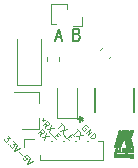
<source format=gbr>
G04 #@! TF.GenerationSoftware,KiCad,Pcbnew,(5.1.6)-1*
G04 #@! TF.CreationDate,2020-12-13T22:05:12+01:00*
G04 #@! TF.ProjectId,RS485,52533438-352e-46b6-9963-61645f706362,rev?*
G04 #@! TF.SameCoordinates,Original*
G04 #@! TF.FileFunction,Legend,Top*
G04 #@! TF.FilePolarity,Positive*
%FSLAX46Y46*%
G04 Gerber Fmt 4.6, Leading zero omitted, Abs format (unit mm)*
G04 Created by KiCad (PCBNEW (5.1.6)-1) date 2020-12-13 22:05:12*
%MOMM*%
%LPD*%
G01*
G04 APERTURE LIST*
%ADD10C,0.075000*%
%ADD11C,0.150000*%
%ADD12C,0.010000*%
%ADD13C,0.120000*%
%ADD14C,0.152400*%
G04 APERTURE END LIST*
D10*
X151553849Y-91066624D02*
X151469669Y-91150803D01*
X151419162Y-91032952D02*
X151469669Y-91150803D01*
X151587521Y-91201311D01*
X151351818Y-91167639D02*
X151469669Y-91150803D01*
X151452834Y-91268654D01*
X151621192Y-91841074D02*
X151671700Y-91554864D01*
X151419162Y-91639043D02*
X151772715Y-91285490D01*
X151907402Y-91420177D01*
X151924238Y-91470685D01*
X151924238Y-91504356D01*
X151907402Y-91554864D01*
X151856895Y-91605372D01*
X151806387Y-91622208D01*
X151772715Y-91622208D01*
X151722208Y-91605372D01*
X151587521Y-91470685D01*
X152092597Y-91605372D02*
X151974746Y-92194627D01*
X152328299Y-91841074D02*
X151739043Y-91958925D01*
X151991582Y-92278807D02*
X152260956Y-92548181D01*
X152564001Y-92413494D02*
X152681852Y-92531345D01*
X152547165Y-92767047D02*
X152378807Y-92598688D01*
X152732360Y-92245135D01*
X152900719Y-92413494D01*
X155207402Y-91753849D02*
X155190566Y-91703341D01*
X155140059Y-91652834D01*
X155072715Y-91619162D01*
X155005372Y-91619162D01*
X154954864Y-91635998D01*
X154870685Y-91686505D01*
X154820177Y-91737013D01*
X154769669Y-91821192D01*
X154752834Y-91871700D01*
X154752834Y-91939043D01*
X154786505Y-92006387D01*
X154820177Y-92040059D01*
X154887521Y-92073730D01*
X154921192Y-92073730D01*
X155039043Y-91955879D01*
X154971700Y-91888536D01*
X155039043Y-92258925D02*
X155392597Y-91905372D01*
X155241074Y-92460956D01*
X155594627Y-92107402D01*
X155409433Y-92629314D02*
X155762986Y-92275761D01*
X155847165Y-92359940D01*
X155880837Y-92427284D01*
X155880837Y-92494627D01*
X155864001Y-92545135D01*
X155813494Y-92629314D01*
X155762986Y-92679822D01*
X155678807Y-92730330D01*
X155628299Y-92747165D01*
X155560956Y-92747165D01*
X155493612Y-92713494D01*
X155409433Y-92629314D01*
X154324238Y-91937013D02*
X154526269Y-92139043D01*
X154071700Y-92391582D02*
X154425253Y-92038028D01*
X154610448Y-92223223D02*
X154492597Y-92812478D01*
X154846150Y-92458925D02*
X154256895Y-92576776D01*
X152929610Y-91442385D02*
X153131641Y-91644416D01*
X152677072Y-91896954D02*
X153030625Y-91543400D01*
X153215820Y-91728595D02*
X153097969Y-92317851D01*
X153451522Y-91964297D02*
X152862267Y-92082148D01*
X153114805Y-92402030D02*
X153384179Y-92671404D01*
X153687225Y-92536717D02*
X153805076Y-92654568D01*
X153670389Y-92890270D02*
X153502030Y-92721912D01*
X153855583Y-92368358D01*
X154023942Y-92536717D01*
X151206133Y-92526015D02*
X151256641Y-92239805D01*
X151004103Y-92323984D02*
X151357656Y-91970431D01*
X151492343Y-92105118D01*
X151509179Y-92155625D01*
X151509179Y-92189297D01*
X151492343Y-92239805D01*
X151441835Y-92290312D01*
X151391328Y-92307148D01*
X151357656Y-92307148D01*
X151307148Y-92290312D01*
X151172461Y-92155625D01*
X151677538Y-92290312D02*
X151559687Y-92879568D01*
X151913240Y-92526015D02*
X151323984Y-92643866D01*
X148432952Y-92495727D02*
X148651818Y-92714593D01*
X148399280Y-92731429D01*
X148449788Y-92781937D01*
X148466624Y-92832444D01*
X148466624Y-92866116D01*
X148449788Y-92916624D01*
X148365608Y-93000803D01*
X148315101Y-93017639D01*
X148281429Y-93017639D01*
X148230921Y-93000803D01*
X148129906Y-92899788D01*
X148113070Y-92849280D01*
X148113070Y-92815608D01*
X148483460Y-93185998D02*
X148483460Y-93219669D01*
X148449788Y-93219669D01*
X148449788Y-93185998D01*
X148483460Y-93185998D01*
X148449788Y-93219669D01*
X148938028Y-93000803D02*
X149156895Y-93219669D01*
X148904356Y-93236505D01*
X148954864Y-93287013D01*
X148971700Y-93337521D01*
X148971700Y-93371192D01*
X148954864Y-93421700D01*
X148870685Y-93505879D01*
X148820177Y-93522715D01*
X148786505Y-93522715D01*
X148735998Y-93505879D01*
X148634982Y-93404864D01*
X148618147Y-93354356D01*
X148618147Y-93320685D01*
X149257910Y-93320685D02*
X149022208Y-93792089D01*
X149493612Y-93556387D01*
X149392597Y-93893104D02*
X149661971Y-94162478D01*
X150217555Y-94280330D02*
X150049196Y-94111971D01*
X149864001Y-94263494D01*
X149897673Y-94263494D01*
X149948181Y-94280330D01*
X150032360Y-94364509D01*
X150049196Y-94415017D01*
X150049196Y-94448688D01*
X150032360Y-94499196D01*
X149948181Y-94583375D01*
X149897673Y-94600211D01*
X149864001Y-94600211D01*
X149813494Y-94583375D01*
X149729314Y-94499196D01*
X149712478Y-94448688D01*
X149712478Y-94415017D01*
X150335406Y-94398181D02*
X150099704Y-94869585D01*
X150571108Y-94633883D01*
D11*
X154321428Y-83928571D02*
X154464285Y-83976190D01*
X154511904Y-84023809D01*
X154559523Y-84119047D01*
X154559523Y-84261904D01*
X154511904Y-84357142D01*
X154464285Y-84404761D01*
X154369047Y-84452380D01*
X153988095Y-84452380D01*
X153988095Y-83452380D01*
X154321428Y-83452380D01*
X154416666Y-83500000D01*
X154464285Y-83547619D01*
X154511904Y-83642857D01*
X154511904Y-83738095D01*
X154464285Y-83833333D01*
X154416666Y-83880952D01*
X154321428Y-83928571D01*
X153988095Y-83928571D01*
X152511904Y-84166666D02*
X152988095Y-84166666D01*
X152416666Y-84452380D02*
X152750000Y-83452380D01*
X153083333Y-84452380D01*
D12*
G36*
X158893967Y-94091588D02*
G01*
X158903520Y-94092801D01*
X158909130Y-94093974D01*
X158915921Y-94096124D01*
X158923700Y-94099226D01*
X158931659Y-94102902D01*
X158938991Y-94106773D01*
X158944891Y-94110459D01*
X158946104Y-94111350D01*
X158949776Y-94113980D01*
X158953014Y-94115970D01*
X158954530Y-94116673D01*
X158958502Y-94116751D01*
X158962112Y-94114782D01*
X158964853Y-94111258D01*
X158966214Y-94106668D01*
X158966280Y-94105377D01*
X158967315Y-94102315D01*
X158969626Y-94099722D01*
X158970761Y-94098919D01*
X158972088Y-94098298D01*
X158973927Y-94097836D01*
X158976596Y-94097509D01*
X158980416Y-94097295D01*
X158985707Y-94097169D01*
X158992789Y-94097109D01*
X159001981Y-94097090D01*
X159005680Y-94097090D01*
X159015705Y-94097101D01*
X159023506Y-94097151D01*
X159029399Y-94097260D01*
X159033700Y-94097449D01*
X159036724Y-94097741D01*
X159038787Y-94098156D01*
X159040206Y-94098717D01*
X159041296Y-94099444D01*
X159041386Y-94099517D01*
X159044385Y-94101944D01*
X159044763Y-94202069D01*
X159044829Y-94223490D01*
X159044855Y-94242546D01*
X159044833Y-94259414D01*
X159044758Y-94274269D01*
X159044624Y-94287287D01*
X159044426Y-94298644D01*
X159044158Y-94308515D01*
X159043814Y-94317076D01*
X159043388Y-94324503D01*
X159042875Y-94330972D01*
X159042270Y-94336657D01*
X159041565Y-94341736D01*
X159040757Y-94346383D01*
X159039947Y-94350287D01*
X159035169Y-94366620D01*
X159028435Y-94381654D01*
X159019871Y-94395200D01*
X159009600Y-94407068D01*
X158997746Y-94417068D01*
X158995073Y-94418909D01*
X158985021Y-94425040D01*
X158974963Y-94429968D01*
X158964220Y-94433955D01*
X158952115Y-94437263D01*
X158942150Y-94439377D01*
X158937406Y-94440061D01*
X158930867Y-94440690D01*
X158923109Y-94441240D01*
X158914707Y-94441687D01*
X158906239Y-94442007D01*
X158898279Y-94442175D01*
X158891405Y-94442169D01*
X158886191Y-94441965D01*
X158884365Y-94441777D01*
X158866352Y-94438854D01*
X158850267Y-94435490D01*
X158835516Y-94431529D01*
X158821503Y-94426816D01*
X158811054Y-94422667D01*
X158805174Y-94420156D01*
X158800764Y-94417994D01*
X158797620Y-94415776D01*
X158795539Y-94413096D01*
X158794317Y-94409551D01*
X158793750Y-94404736D01*
X158793634Y-94398244D01*
X158793767Y-94389672D01*
X158793793Y-94388340D01*
X158793956Y-94380581D01*
X158794143Y-94374957D01*
X158794411Y-94371064D01*
X158794819Y-94368498D01*
X158795427Y-94366855D01*
X158796292Y-94365730D01*
X158797193Y-94364945D01*
X158799988Y-94363236D01*
X158803071Y-94362716D01*
X158806942Y-94363450D01*
X158812103Y-94365505D01*
X158816130Y-94367452D01*
X158833238Y-94374853D01*
X158851139Y-94380200D01*
X158870179Y-94383579D01*
X158887540Y-94384968D01*
X158895828Y-94385201D01*
X158902268Y-94385116D01*
X158907539Y-94384676D01*
X158912316Y-94383846D01*
X158913437Y-94383591D01*
X158925356Y-94379704D01*
X158935469Y-94374088D01*
X158943796Y-94366713D01*
X158950360Y-94357548D01*
X158955182Y-94346564D01*
X158958284Y-94333731D01*
X158959648Y-94320009D01*
X158960301Y-94304804D01*
X158951543Y-94312835D01*
X158943698Y-94318992D01*
X158934133Y-94324864D01*
X158923664Y-94330026D01*
X158913107Y-94334049D01*
X158908495Y-94335386D01*
X158900936Y-94336753D01*
X158891721Y-94337531D01*
X158881662Y-94337729D01*
X158871571Y-94337353D01*
X158862261Y-94336412D01*
X158854544Y-94334913D01*
X158854337Y-94334858D01*
X158839383Y-94329504D01*
X158825628Y-94321988D01*
X158813196Y-94312452D01*
X158802211Y-94301036D01*
X158792797Y-94287879D01*
X158785077Y-94273121D01*
X158779176Y-94256904D01*
X158776651Y-94246955D01*
X158775142Y-94237545D01*
X158774227Y-94226564D01*
X158773905Y-94214796D01*
X158773924Y-94213930D01*
X158858109Y-94213930D01*
X158858975Y-94227959D01*
X158861681Y-94240515D01*
X158866159Y-94251491D01*
X158872342Y-94260783D01*
X158880164Y-94268285D01*
X158889556Y-94273893D01*
X158898335Y-94276990D01*
X158906441Y-94278133D01*
X158915491Y-94277828D01*
X158924398Y-94276162D01*
X158929139Y-94274578D01*
X158938426Y-94269692D01*
X158946168Y-94263078D01*
X158952541Y-94254541D01*
X158957721Y-94243887D01*
X158958310Y-94242351D01*
X158959873Y-94237659D01*
X158960935Y-94232986D01*
X158961620Y-94227551D01*
X158962056Y-94220567D01*
X158962145Y-94218375D01*
X158962172Y-94207116D01*
X158961244Y-94197562D01*
X158959234Y-94189014D01*
X158956014Y-94180775D01*
X158954797Y-94178265D01*
X158948745Y-94168932D01*
X158941065Y-94161354D01*
X158932084Y-94155681D01*
X158922127Y-94152061D01*
X158911521Y-94150644D01*
X158900591Y-94151578D01*
X158897742Y-94152223D01*
X158887249Y-94156129D01*
X158878263Y-94162026D01*
X158870849Y-94169816D01*
X158865068Y-94179401D01*
X158860984Y-94190684D01*
X158858659Y-94203565D01*
X158858109Y-94213930D01*
X158773924Y-94213930D01*
X158774175Y-94203029D01*
X158775035Y-94192045D01*
X158776485Y-94182631D01*
X158776751Y-94181415D01*
X158781303Y-94165198D01*
X158787190Y-94150864D01*
X158794621Y-94138018D01*
X158803805Y-94126266D01*
X158808687Y-94121107D01*
X158820405Y-94110751D01*
X158832643Y-94102725D01*
X158845802Y-94096823D01*
X158860282Y-94092840D01*
X158865260Y-94091936D01*
X158873797Y-94091107D01*
X158883712Y-94091007D01*
X158893967Y-94091588D01*
G37*
X158893967Y-94091588D02*
X158903520Y-94092801D01*
X158909130Y-94093974D01*
X158915921Y-94096124D01*
X158923700Y-94099226D01*
X158931659Y-94102902D01*
X158938991Y-94106773D01*
X158944891Y-94110459D01*
X158946104Y-94111350D01*
X158949776Y-94113980D01*
X158953014Y-94115970D01*
X158954530Y-94116673D01*
X158958502Y-94116751D01*
X158962112Y-94114782D01*
X158964853Y-94111258D01*
X158966214Y-94106668D01*
X158966280Y-94105377D01*
X158967315Y-94102315D01*
X158969626Y-94099722D01*
X158970761Y-94098919D01*
X158972088Y-94098298D01*
X158973927Y-94097836D01*
X158976596Y-94097509D01*
X158980416Y-94097295D01*
X158985707Y-94097169D01*
X158992789Y-94097109D01*
X159001981Y-94097090D01*
X159005680Y-94097090D01*
X159015705Y-94097101D01*
X159023506Y-94097151D01*
X159029399Y-94097260D01*
X159033700Y-94097449D01*
X159036724Y-94097741D01*
X159038787Y-94098156D01*
X159040206Y-94098717D01*
X159041296Y-94099444D01*
X159041386Y-94099517D01*
X159044385Y-94101944D01*
X159044763Y-94202069D01*
X159044829Y-94223490D01*
X159044855Y-94242546D01*
X159044833Y-94259414D01*
X159044758Y-94274269D01*
X159044624Y-94287287D01*
X159044426Y-94298644D01*
X159044158Y-94308515D01*
X159043814Y-94317076D01*
X159043388Y-94324503D01*
X159042875Y-94330972D01*
X159042270Y-94336657D01*
X159041565Y-94341736D01*
X159040757Y-94346383D01*
X159039947Y-94350287D01*
X159035169Y-94366620D01*
X159028435Y-94381654D01*
X159019871Y-94395200D01*
X159009600Y-94407068D01*
X158997746Y-94417068D01*
X158995073Y-94418909D01*
X158985021Y-94425040D01*
X158974963Y-94429968D01*
X158964220Y-94433955D01*
X158952115Y-94437263D01*
X158942150Y-94439377D01*
X158937406Y-94440061D01*
X158930867Y-94440690D01*
X158923109Y-94441240D01*
X158914707Y-94441687D01*
X158906239Y-94442007D01*
X158898279Y-94442175D01*
X158891405Y-94442169D01*
X158886191Y-94441965D01*
X158884365Y-94441777D01*
X158866352Y-94438854D01*
X158850267Y-94435490D01*
X158835516Y-94431529D01*
X158821503Y-94426816D01*
X158811054Y-94422667D01*
X158805174Y-94420156D01*
X158800764Y-94417994D01*
X158797620Y-94415776D01*
X158795539Y-94413096D01*
X158794317Y-94409551D01*
X158793750Y-94404736D01*
X158793634Y-94398244D01*
X158793767Y-94389672D01*
X158793793Y-94388340D01*
X158793956Y-94380581D01*
X158794143Y-94374957D01*
X158794411Y-94371064D01*
X158794819Y-94368498D01*
X158795427Y-94366855D01*
X158796292Y-94365730D01*
X158797193Y-94364945D01*
X158799988Y-94363236D01*
X158803071Y-94362716D01*
X158806942Y-94363450D01*
X158812103Y-94365505D01*
X158816130Y-94367452D01*
X158833238Y-94374853D01*
X158851139Y-94380200D01*
X158870179Y-94383579D01*
X158887540Y-94384968D01*
X158895828Y-94385201D01*
X158902268Y-94385116D01*
X158907539Y-94384676D01*
X158912316Y-94383846D01*
X158913437Y-94383591D01*
X158925356Y-94379704D01*
X158935469Y-94374088D01*
X158943796Y-94366713D01*
X158950360Y-94357548D01*
X158955182Y-94346564D01*
X158958284Y-94333731D01*
X158959648Y-94320009D01*
X158960301Y-94304804D01*
X158951543Y-94312835D01*
X158943698Y-94318992D01*
X158934133Y-94324864D01*
X158923664Y-94330026D01*
X158913107Y-94334049D01*
X158908495Y-94335386D01*
X158900936Y-94336753D01*
X158891721Y-94337531D01*
X158881662Y-94337729D01*
X158871571Y-94337353D01*
X158862261Y-94336412D01*
X158854544Y-94334913D01*
X158854337Y-94334858D01*
X158839383Y-94329504D01*
X158825628Y-94321988D01*
X158813196Y-94312452D01*
X158802211Y-94301036D01*
X158792797Y-94287879D01*
X158785077Y-94273121D01*
X158779176Y-94256904D01*
X158776651Y-94246955D01*
X158775142Y-94237545D01*
X158774227Y-94226564D01*
X158773905Y-94214796D01*
X158773924Y-94213930D01*
X158858109Y-94213930D01*
X158858975Y-94227959D01*
X158861681Y-94240515D01*
X158866159Y-94251491D01*
X158872342Y-94260783D01*
X158880164Y-94268285D01*
X158889556Y-94273893D01*
X158898335Y-94276990D01*
X158906441Y-94278133D01*
X158915491Y-94277828D01*
X158924398Y-94276162D01*
X158929139Y-94274578D01*
X158938426Y-94269692D01*
X158946168Y-94263078D01*
X158952541Y-94254541D01*
X158957721Y-94243887D01*
X158958310Y-94242351D01*
X158959873Y-94237659D01*
X158960935Y-94232986D01*
X158961620Y-94227551D01*
X158962056Y-94220567D01*
X158962145Y-94218375D01*
X158962172Y-94207116D01*
X158961244Y-94197562D01*
X158959234Y-94189014D01*
X158956014Y-94180775D01*
X158954797Y-94178265D01*
X158948745Y-94168932D01*
X158941065Y-94161354D01*
X158932084Y-94155681D01*
X158922127Y-94152061D01*
X158911521Y-94150644D01*
X158900591Y-94151578D01*
X158897742Y-94152223D01*
X158887249Y-94156129D01*
X158878263Y-94162026D01*
X158870849Y-94169816D01*
X158865068Y-94179401D01*
X158860984Y-94190684D01*
X158858659Y-94203565D01*
X158858109Y-94213930D01*
X158773924Y-94213930D01*
X158774175Y-94203029D01*
X158775035Y-94192045D01*
X158776485Y-94182631D01*
X158776751Y-94181415D01*
X158781303Y-94165198D01*
X158787190Y-94150864D01*
X158794621Y-94138018D01*
X158803805Y-94126266D01*
X158808687Y-94121107D01*
X158820405Y-94110751D01*
X158832643Y-94102725D01*
X158845802Y-94096823D01*
X158860282Y-94092840D01*
X158865260Y-94091936D01*
X158873797Y-94091107D01*
X158883712Y-94091007D01*
X158893967Y-94091588D01*
G36*
X157884926Y-94091281D02*
G01*
X157900030Y-94093537D01*
X157914614Y-94098017D01*
X157928981Y-94104816D01*
X157943432Y-94114027D01*
X157943898Y-94114361D01*
X157948474Y-94116437D01*
X157952814Y-94116325D01*
X157956383Y-94114279D01*
X157958647Y-94110557D01*
X157959170Y-94107051D01*
X157960266Y-94102980D01*
X157962287Y-94100207D01*
X157965404Y-94097090D01*
X158031675Y-94097090D01*
X158034792Y-94100207D01*
X158037910Y-94103324D01*
X158037910Y-94325805D01*
X158034792Y-94328922D01*
X158031675Y-94332040D01*
X157965404Y-94332040D01*
X157962287Y-94328922D01*
X157959690Y-94324830D01*
X157959170Y-94321880D01*
X157957953Y-94317386D01*
X157955910Y-94314695D01*
X157952743Y-94312500D01*
X157949206Y-94312166D01*
X157944933Y-94313758D01*
X157939554Y-94317340D01*
X157939238Y-94317581D01*
X157932675Y-94321937D01*
X157924505Y-94326339D01*
X157915621Y-94330365D01*
X157906912Y-94333592D01*
X157903114Y-94334717D01*
X157894389Y-94336444D01*
X157884175Y-94337511D01*
X157873449Y-94337883D01*
X157863184Y-94337525D01*
X157854609Y-94336452D01*
X157839286Y-94332305D01*
X157825102Y-94325949D01*
X157812163Y-94317493D01*
X157800577Y-94307047D01*
X157790450Y-94294723D01*
X157781890Y-94280632D01*
X157775003Y-94264883D01*
X157770279Y-94249201D01*
X157769265Y-94243300D01*
X157768526Y-94235477D01*
X157768061Y-94226334D01*
X157767871Y-94216474D01*
X157767887Y-94214565D01*
X157851220Y-94214565D01*
X157851867Y-94225192D01*
X157853687Y-94235734D01*
X157856492Y-94245307D01*
X157858879Y-94250837D01*
X157862446Y-94256399D01*
X157867394Y-94262284D01*
X157872920Y-94267637D01*
X157878218Y-94271599D01*
X157878512Y-94271774D01*
X157888366Y-94276121D01*
X157898896Y-94278154D01*
X157909705Y-94277864D01*
X157920399Y-94275240D01*
X157925749Y-94272966D01*
X157935183Y-94266977D01*
X157942887Y-94259161D01*
X157948829Y-94249579D01*
X157952978Y-94238294D01*
X157955303Y-94225366D01*
X157955829Y-94213930D01*
X157955001Y-94200568D01*
X157952606Y-94188982D01*
X157948532Y-94178862D01*
X157942664Y-94169900D01*
X157937503Y-94164224D01*
X157930847Y-94158508D01*
X157924147Y-94154608D01*
X157916731Y-94152266D01*
X157907927Y-94151226D01*
X157903290Y-94151114D01*
X157897286Y-94151183D01*
X157892927Y-94151540D01*
X157889318Y-94152355D01*
X157885566Y-94153799D01*
X157882970Y-94154994D01*
X157873448Y-94160865D01*
X157865517Y-94168632D01*
X157859253Y-94178152D01*
X157854733Y-94189282D01*
X157852032Y-94201880D01*
X157851220Y-94214565D01*
X157767887Y-94214565D01*
X157767956Y-94206499D01*
X157768316Y-94197011D01*
X157768951Y-94188615D01*
X157769860Y-94181911D01*
X157770279Y-94179928D01*
X157775593Y-94162566D01*
X157782642Y-94146875D01*
X157791331Y-94132940D01*
X157801565Y-94120847D01*
X157813249Y-94110683D01*
X157826287Y-94102531D01*
X157840584Y-94096479D01*
X157856046Y-94092610D01*
X157869000Y-94091156D01*
X157884926Y-94091281D01*
G37*
X157884926Y-94091281D02*
X157900030Y-94093537D01*
X157914614Y-94098017D01*
X157928981Y-94104816D01*
X157943432Y-94114027D01*
X157943898Y-94114361D01*
X157948474Y-94116437D01*
X157952814Y-94116325D01*
X157956383Y-94114279D01*
X157958647Y-94110557D01*
X157959170Y-94107051D01*
X157960266Y-94102980D01*
X157962287Y-94100207D01*
X157965404Y-94097090D01*
X158031675Y-94097090D01*
X158034792Y-94100207D01*
X158037910Y-94103324D01*
X158037910Y-94325805D01*
X158034792Y-94328922D01*
X158031675Y-94332040D01*
X157965404Y-94332040D01*
X157962287Y-94328922D01*
X157959690Y-94324830D01*
X157959170Y-94321880D01*
X157957953Y-94317386D01*
X157955910Y-94314695D01*
X157952743Y-94312500D01*
X157949206Y-94312166D01*
X157944933Y-94313758D01*
X157939554Y-94317340D01*
X157939238Y-94317581D01*
X157932675Y-94321937D01*
X157924505Y-94326339D01*
X157915621Y-94330365D01*
X157906912Y-94333592D01*
X157903114Y-94334717D01*
X157894389Y-94336444D01*
X157884175Y-94337511D01*
X157873449Y-94337883D01*
X157863184Y-94337525D01*
X157854609Y-94336452D01*
X157839286Y-94332305D01*
X157825102Y-94325949D01*
X157812163Y-94317493D01*
X157800577Y-94307047D01*
X157790450Y-94294723D01*
X157781890Y-94280632D01*
X157775003Y-94264883D01*
X157770279Y-94249201D01*
X157769265Y-94243300D01*
X157768526Y-94235477D01*
X157768061Y-94226334D01*
X157767871Y-94216474D01*
X157767887Y-94214565D01*
X157851220Y-94214565D01*
X157851867Y-94225192D01*
X157853687Y-94235734D01*
X157856492Y-94245307D01*
X157858879Y-94250837D01*
X157862446Y-94256399D01*
X157867394Y-94262284D01*
X157872920Y-94267637D01*
X157878218Y-94271599D01*
X157878512Y-94271774D01*
X157888366Y-94276121D01*
X157898896Y-94278154D01*
X157909705Y-94277864D01*
X157920399Y-94275240D01*
X157925749Y-94272966D01*
X157935183Y-94266977D01*
X157942887Y-94259161D01*
X157948829Y-94249579D01*
X157952978Y-94238294D01*
X157955303Y-94225366D01*
X157955829Y-94213930D01*
X157955001Y-94200568D01*
X157952606Y-94188982D01*
X157948532Y-94178862D01*
X157942664Y-94169900D01*
X157937503Y-94164224D01*
X157930847Y-94158508D01*
X157924147Y-94154608D01*
X157916731Y-94152266D01*
X157907927Y-94151226D01*
X157903290Y-94151114D01*
X157897286Y-94151183D01*
X157892927Y-94151540D01*
X157889318Y-94152355D01*
X157885566Y-94153799D01*
X157882970Y-94154994D01*
X157873448Y-94160865D01*
X157865517Y-94168632D01*
X157859253Y-94178152D01*
X157854733Y-94189282D01*
X157852032Y-94201880D01*
X157851220Y-94214565D01*
X157767887Y-94214565D01*
X157767956Y-94206499D01*
X157768316Y-94197011D01*
X157768951Y-94188615D01*
X157769860Y-94181911D01*
X157770279Y-94179928D01*
X157775593Y-94162566D01*
X157782642Y-94146875D01*
X157791331Y-94132940D01*
X157801565Y-94120847D01*
X157813249Y-94110683D01*
X157826287Y-94102531D01*
X157840584Y-94096479D01*
X157856046Y-94092610D01*
X157869000Y-94091156D01*
X157884926Y-94091281D01*
G36*
X158219643Y-94091246D02*
G01*
X158235802Y-94092895D01*
X158251410Y-94095820D01*
X158265868Y-94099962D01*
X158277356Y-94104662D01*
X158282736Y-94107319D01*
X158286733Y-94109633D01*
X158289553Y-94112030D01*
X158291400Y-94114938D01*
X158292482Y-94118787D01*
X158293002Y-94124003D01*
X158293166Y-94131013D01*
X158293180Y-94137618D01*
X158293120Y-94146399D01*
X158292880Y-94152984D01*
X158292364Y-94157718D01*
X158291479Y-94160944D01*
X158290130Y-94163006D01*
X158288224Y-94164247D01*
X158285672Y-94165010D01*
X158282638Y-94165096D01*
X158278785Y-94163993D01*
X158274108Y-94161849D01*
X158262629Y-94157159D01*
X158250070Y-94153953D01*
X158237180Y-94152339D01*
X158224705Y-94152423D01*
X158216345Y-94153606D01*
X158205812Y-94156455D01*
X158196976Y-94160362D01*
X158189086Y-94165698D01*
X158185379Y-94168910D01*
X158177508Y-94177899D01*
X158171652Y-94188318D01*
X158168045Y-94199617D01*
X158166606Y-94208437D01*
X158166386Y-94216423D01*
X158167387Y-94224856D01*
X158168102Y-94228512D01*
X158171827Y-94240641D01*
X158177460Y-94251143D01*
X158184892Y-94259937D01*
X158194019Y-94266944D01*
X158204734Y-94272084D01*
X158216928Y-94275278D01*
X158230497Y-94276445D01*
X158232220Y-94276445D01*
X158246794Y-94275381D01*
X158260451Y-94272330D01*
X158273471Y-94267372D01*
X158279062Y-94264992D01*
X158283010Y-94263821D01*
X158285892Y-94263833D01*
X158288282Y-94264999D01*
X158290062Y-94266577D01*
X158291201Y-94267798D01*
X158292022Y-94269104D01*
X158292577Y-94270905D01*
X158292919Y-94273611D01*
X158293098Y-94277632D01*
X158293168Y-94283376D01*
X158293180Y-94291171D01*
X158293148Y-94299850D01*
X158292921Y-94306413D01*
X158292296Y-94311282D01*
X158291072Y-94314881D01*
X158289048Y-94317634D01*
X158286024Y-94319963D01*
X158281797Y-94322291D01*
X158277356Y-94324467D01*
X158265159Y-94329385D01*
X158251222Y-94333320D01*
X158236186Y-94336183D01*
X158220689Y-94337886D01*
X158205370Y-94338339D01*
X158190868Y-94337454D01*
X158187242Y-94336984D01*
X158170110Y-94333276D01*
X158153882Y-94327351D01*
X158138789Y-94319351D01*
X158125060Y-94309415D01*
X158112925Y-94297685D01*
X158103642Y-94285835D01*
X158097448Y-94275462D01*
X158091887Y-94263700D01*
X158087473Y-94251701D01*
X158085904Y-94246158D01*
X158084245Y-94237203D01*
X158083223Y-94226589D01*
X158082837Y-94215110D01*
X158083088Y-94203556D01*
X158083977Y-94192720D01*
X158085504Y-94183394D01*
X158085881Y-94181797D01*
X158091176Y-94165700D01*
X158098642Y-94150532D01*
X158108070Y-94136601D01*
X158119253Y-94124217D01*
X158131443Y-94114073D01*
X158139911Y-94108716D01*
X158149880Y-94103529D01*
X158160356Y-94098971D01*
X158170343Y-94095499D01*
X158173855Y-94094547D01*
X158188070Y-94092014D01*
X158203533Y-94090933D01*
X158219643Y-94091246D01*
G37*
X158219643Y-94091246D02*
X158235802Y-94092895D01*
X158251410Y-94095820D01*
X158265868Y-94099962D01*
X158277356Y-94104662D01*
X158282736Y-94107319D01*
X158286733Y-94109633D01*
X158289553Y-94112030D01*
X158291400Y-94114938D01*
X158292482Y-94118787D01*
X158293002Y-94124003D01*
X158293166Y-94131013D01*
X158293180Y-94137618D01*
X158293120Y-94146399D01*
X158292880Y-94152984D01*
X158292364Y-94157718D01*
X158291479Y-94160944D01*
X158290130Y-94163006D01*
X158288224Y-94164247D01*
X158285672Y-94165010D01*
X158282638Y-94165096D01*
X158278785Y-94163993D01*
X158274108Y-94161849D01*
X158262629Y-94157159D01*
X158250070Y-94153953D01*
X158237180Y-94152339D01*
X158224705Y-94152423D01*
X158216345Y-94153606D01*
X158205812Y-94156455D01*
X158196976Y-94160362D01*
X158189086Y-94165698D01*
X158185379Y-94168910D01*
X158177508Y-94177899D01*
X158171652Y-94188318D01*
X158168045Y-94199617D01*
X158166606Y-94208437D01*
X158166386Y-94216423D01*
X158167387Y-94224856D01*
X158168102Y-94228512D01*
X158171827Y-94240641D01*
X158177460Y-94251143D01*
X158184892Y-94259937D01*
X158194019Y-94266944D01*
X158204734Y-94272084D01*
X158216928Y-94275278D01*
X158230497Y-94276445D01*
X158232220Y-94276445D01*
X158246794Y-94275381D01*
X158260451Y-94272330D01*
X158273471Y-94267372D01*
X158279062Y-94264992D01*
X158283010Y-94263821D01*
X158285892Y-94263833D01*
X158288282Y-94264999D01*
X158290062Y-94266577D01*
X158291201Y-94267798D01*
X158292022Y-94269104D01*
X158292577Y-94270905D01*
X158292919Y-94273611D01*
X158293098Y-94277632D01*
X158293168Y-94283376D01*
X158293180Y-94291171D01*
X158293148Y-94299850D01*
X158292921Y-94306413D01*
X158292296Y-94311282D01*
X158291072Y-94314881D01*
X158289048Y-94317634D01*
X158286024Y-94319963D01*
X158281797Y-94322291D01*
X158277356Y-94324467D01*
X158265159Y-94329385D01*
X158251222Y-94333320D01*
X158236186Y-94336183D01*
X158220689Y-94337886D01*
X158205370Y-94338339D01*
X158190868Y-94337454D01*
X158187242Y-94336984D01*
X158170110Y-94333276D01*
X158153882Y-94327351D01*
X158138789Y-94319351D01*
X158125060Y-94309415D01*
X158112925Y-94297685D01*
X158103642Y-94285835D01*
X158097448Y-94275462D01*
X158091887Y-94263700D01*
X158087473Y-94251701D01*
X158085904Y-94246158D01*
X158084245Y-94237203D01*
X158083223Y-94226589D01*
X158082837Y-94215110D01*
X158083088Y-94203556D01*
X158083977Y-94192720D01*
X158085504Y-94183394D01*
X158085881Y-94181797D01*
X158091176Y-94165700D01*
X158098642Y-94150532D01*
X158108070Y-94136601D01*
X158119253Y-94124217D01*
X158131443Y-94114073D01*
X158139911Y-94108716D01*
X158149880Y-94103529D01*
X158160356Y-94098971D01*
X158170343Y-94095499D01*
X158173855Y-94094547D01*
X158188070Y-94092014D01*
X158203533Y-94090933D01*
X158219643Y-94091246D01*
G36*
X157547648Y-94005994D02*
G01*
X157564393Y-94006104D01*
X157578802Y-94006214D01*
X157591076Y-94006331D01*
X157601417Y-94006461D01*
X157610029Y-94006610D01*
X157617115Y-94006783D01*
X157622876Y-94006987D01*
X157627515Y-94007228D01*
X157631236Y-94007513D01*
X157634240Y-94007846D01*
X157636730Y-94008234D01*
X157638909Y-94008684D01*
X157639096Y-94008727D01*
X157655988Y-94013693D01*
X157670880Y-94020215D01*
X157683802Y-94028318D01*
X157694779Y-94038026D01*
X157703841Y-94049365D01*
X157711014Y-94062359D01*
X157716327Y-94077034D01*
X157716778Y-94078675D01*
X157718463Y-94087373D01*
X157719426Y-94097604D01*
X157719667Y-94108514D01*
X157719186Y-94119250D01*
X157717981Y-94128956D01*
X157716817Y-94134284D01*
X157711654Y-94148760D01*
X157704385Y-94161825D01*
X157695002Y-94173487D01*
X157683501Y-94183752D01*
X157669876Y-94192628D01*
X157665800Y-94194804D01*
X157663273Y-94197381D01*
X157662317Y-94201205D01*
X157663085Y-94205414D01*
X157663678Y-94206630D01*
X157664838Y-94208411D01*
X157667321Y-94212051D01*
X157670978Y-94217337D01*
X157675661Y-94224057D01*
X157681222Y-94231998D01*
X157687512Y-94240949D01*
X157694384Y-94250696D01*
X157701687Y-94261029D01*
X157703787Y-94263994D01*
X157711138Y-94274400D01*
X157718052Y-94284245D01*
X157724386Y-94293321D01*
X157730000Y-94301423D01*
X157734750Y-94308345D01*
X157738495Y-94313880D01*
X157741093Y-94317822D01*
X157742401Y-94319965D01*
X157742522Y-94320229D01*
X157742526Y-94323556D01*
X157741161Y-94327295D01*
X157738952Y-94330299D01*
X157737498Y-94331251D01*
X157735753Y-94331447D01*
X157731797Y-94331625D01*
X157725957Y-94331780D01*
X157718562Y-94331904D01*
X157709939Y-94331991D01*
X157700417Y-94332035D01*
X157696316Y-94332040D01*
X157685219Y-94332029D01*
X157676383Y-94331986D01*
X157669528Y-94331897D01*
X157664377Y-94331746D01*
X157660649Y-94331520D01*
X157658066Y-94331202D01*
X157656348Y-94330777D01*
X157655218Y-94330232D01*
X157654678Y-94329817D01*
X157653509Y-94328368D01*
X157651063Y-94325011D01*
X157647478Y-94319946D01*
X157642894Y-94313375D01*
X157637449Y-94305497D01*
X157631282Y-94296513D01*
X157624533Y-94286624D01*
X157617339Y-94276030D01*
X157613131Y-94269810D01*
X157605727Y-94258880D01*
X157598670Y-94248523D01*
X157592101Y-94238941D01*
X157586161Y-94230338D01*
X157580993Y-94222918D01*
X157576736Y-94216884D01*
X157573534Y-94212440D01*
X157571528Y-94209789D01*
X157570983Y-94209167D01*
X157568534Y-94207445D01*
X157565447Y-94206572D01*
X157560825Y-94206311D01*
X157560261Y-94206310D01*
X157555617Y-94206489D01*
X157552593Y-94207204D01*
X157550287Y-94208716D01*
X157549537Y-94209427D01*
X157546420Y-94212544D01*
X157546420Y-94325805D01*
X157543302Y-94328922D01*
X157540185Y-94332040D01*
X157502833Y-94332040D01*
X157492091Y-94332032D01*
X157483594Y-94331998D01*
X157477045Y-94331919D01*
X157472150Y-94331773D01*
X157468612Y-94331544D01*
X157466137Y-94331211D01*
X157464428Y-94330756D01*
X157463191Y-94330160D01*
X157462136Y-94329407D01*
X157458790Y-94326775D01*
X157458790Y-94070304D01*
X157546420Y-94070304D01*
X157546420Y-94144195D01*
X157549672Y-94147448D01*
X157552925Y-94150700D01*
X157576660Y-94150114D01*
X157585887Y-94149834D01*
X157592990Y-94149479D01*
X157598386Y-94149011D01*
X157602490Y-94148390D01*
X157605718Y-94147575D01*
X157606745Y-94147227D01*
X157615863Y-94142939D01*
X157622919Y-94137357D01*
X157628009Y-94130335D01*
X157631229Y-94121724D01*
X157632675Y-94111376D01*
X157632780Y-94107250D01*
X157631942Y-94096249D01*
X157629364Y-94087037D01*
X157624950Y-94079466D01*
X157618604Y-94073389D01*
X157610230Y-94068658D01*
X157606745Y-94067272D01*
X157603730Y-94066378D01*
X157599989Y-94065692D01*
X157595107Y-94065173D01*
X157588665Y-94064782D01*
X157580250Y-94064480D01*
X157576660Y-94064385D01*
X157552925Y-94063799D01*
X157549672Y-94067051D01*
X157546420Y-94070304D01*
X157458790Y-94070304D01*
X157458790Y-94010914D01*
X157462240Y-94008200D01*
X157465691Y-94005485D01*
X157547648Y-94005994D01*
G37*
X157547648Y-94005994D02*
X157564393Y-94006104D01*
X157578802Y-94006214D01*
X157591076Y-94006331D01*
X157601417Y-94006461D01*
X157610029Y-94006610D01*
X157617115Y-94006783D01*
X157622876Y-94006987D01*
X157627515Y-94007228D01*
X157631236Y-94007513D01*
X157634240Y-94007846D01*
X157636730Y-94008234D01*
X157638909Y-94008684D01*
X157639096Y-94008727D01*
X157655988Y-94013693D01*
X157670880Y-94020215D01*
X157683802Y-94028318D01*
X157694779Y-94038026D01*
X157703841Y-94049365D01*
X157711014Y-94062359D01*
X157716327Y-94077034D01*
X157716778Y-94078675D01*
X157718463Y-94087373D01*
X157719426Y-94097604D01*
X157719667Y-94108514D01*
X157719186Y-94119250D01*
X157717981Y-94128956D01*
X157716817Y-94134284D01*
X157711654Y-94148760D01*
X157704385Y-94161825D01*
X157695002Y-94173487D01*
X157683501Y-94183752D01*
X157669876Y-94192628D01*
X157665800Y-94194804D01*
X157663273Y-94197381D01*
X157662317Y-94201205D01*
X157663085Y-94205414D01*
X157663678Y-94206630D01*
X157664838Y-94208411D01*
X157667321Y-94212051D01*
X157670978Y-94217337D01*
X157675661Y-94224057D01*
X157681222Y-94231998D01*
X157687512Y-94240949D01*
X157694384Y-94250696D01*
X157701687Y-94261029D01*
X157703787Y-94263994D01*
X157711138Y-94274400D01*
X157718052Y-94284245D01*
X157724386Y-94293321D01*
X157730000Y-94301423D01*
X157734750Y-94308345D01*
X157738495Y-94313880D01*
X157741093Y-94317822D01*
X157742401Y-94319965D01*
X157742522Y-94320229D01*
X157742526Y-94323556D01*
X157741161Y-94327295D01*
X157738952Y-94330299D01*
X157737498Y-94331251D01*
X157735753Y-94331447D01*
X157731797Y-94331625D01*
X157725957Y-94331780D01*
X157718562Y-94331904D01*
X157709939Y-94331991D01*
X157700417Y-94332035D01*
X157696316Y-94332040D01*
X157685219Y-94332029D01*
X157676383Y-94331986D01*
X157669528Y-94331897D01*
X157664377Y-94331746D01*
X157660649Y-94331520D01*
X157658066Y-94331202D01*
X157656348Y-94330777D01*
X157655218Y-94330232D01*
X157654678Y-94329817D01*
X157653509Y-94328368D01*
X157651063Y-94325011D01*
X157647478Y-94319946D01*
X157642894Y-94313375D01*
X157637449Y-94305497D01*
X157631282Y-94296513D01*
X157624533Y-94286624D01*
X157617339Y-94276030D01*
X157613131Y-94269810D01*
X157605727Y-94258880D01*
X157598670Y-94248523D01*
X157592101Y-94238941D01*
X157586161Y-94230338D01*
X157580993Y-94222918D01*
X157576736Y-94216884D01*
X157573534Y-94212440D01*
X157571528Y-94209789D01*
X157570983Y-94209167D01*
X157568534Y-94207445D01*
X157565447Y-94206572D01*
X157560825Y-94206311D01*
X157560261Y-94206310D01*
X157555617Y-94206489D01*
X157552593Y-94207204D01*
X157550287Y-94208716D01*
X157549537Y-94209427D01*
X157546420Y-94212544D01*
X157546420Y-94325805D01*
X157543302Y-94328922D01*
X157540185Y-94332040D01*
X157502833Y-94332040D01*
X157492091Y-94332032D01*
X157483594Y-94331998D01*
X157477045Y-94331919D01*
X157472150Y-94331773D01*
X157468612Y-94331544D01*
X157466137Y-94331211D01*
X157464428Y-94330756D01*
X157463191Y-94330160D01*
X157462136Y-94329407D01*
X157458790Y-94326775D01*
X157458790Y-94070304D01*
X157546420Y-94070304D01*
X157546420Y-94144195D01*
X157549672Y-94147448D01*
X157552925Y-94150700D01*
X157576660Y-94150114D01*
X157585887Y-94149834D01*
X157592990Y-94149479D01*
X157598386Y-94149011D01*
X157602490Y-94148390D01*
X157605718Y-94147575D01*
X157606745Y-94147227D01*
X157615863Y-94142939D01*
X157622919Y-94137357D01*
X157628009Y-94130335D01*
X157631229Y-94121724D01*
X157632675Y-94111376D01*
X157632780Y-94107250D01*
X157631942Y-94096249D01*
X157629364Y-94087037D01*
X157624950Y-94079466D01*
X157618604Y-94073389D01*
X157610230Y-94068658D01*
X157606745Y-94067272D01*
X157603730Y-94066378D01*
X157599989Y-94065692D01*
X157595107Y-94065173D01*
X157588665Y-94064782D01*
X157580250Y-94064480D01*
X157576660Y-94064385D01*
X157552925Y-94063799D01*
X157549672Y-94067051D01*
X157546420Y-94070304D01*
X157458790Y-94070304D01*
X157458790Y-94010914D01*
X157462240Y-94008200D01*
X157465691Y-94005485D01*
X157547648Y-94005994D01*
G36*
X158391954Y-94097097D02*
G01*
X158400275Y-94097134D01*
X158406644Y-94097218D01*
X158411356Y-94097369D01*
X158414705Y-94097606D01*
X158416985Y-94097949D01*
X158418489Y-94098416D01*
X158419513Y-94099028D01*
X158420180Y-94099630D01*
X158420620Y-94100115D01*
X158421006Y-94100743D01*
X158421341Y-94101671D01*
X158421630Y-94103060D01*
X158421875Y-94105069D01*
X158422080Y-94107859D01*
X158422248Y-94111588D01*
X158422384Y-94116416D01*
X158422490Y-94122504D01*
X158422570Y-94130010D01*
X158422627Y-94139094D01*
X158422666Y-94149917D01*
X158422689Y-94162637D01*
X158422700Y-94177415D01*
X158422702Y-94194410D01*
X158422700Y-94213781D01*
X158422700Y-94214247D01*
X158422687Y-94230915D01*
X158422654Y-94246865D01*
X158422603Y-94261913D01*
X158422536Y-94275874D01*
X158422454Y-94288565D01*
X158422358Y-94299802D01*
X158422251Y-94309400D01*
X158422133Y-94317176D01*
X158422006Y-94322946D01*
X158421873Y-94326525D01*
X158421748Y-94327722D01*
X158420706Y-94328956D01*
X158419223Y-94329932D01*
X158417019Y-94330681D01*
X158413809Y-94331231D01*
X158409311Y-94331612D01*
X158403243Y-94331854D01*
X158395322Y-94331985D01*
X158385266Y-94332035D01*
X158380200Y-94332040D01*
X158345134Y-94332040D01*
X158342017Y-94328922D01*
X158338900Y-94325805D01*
X158338900Y-94103324D01*
X158345134Y-94097090D01*
X158381387Y-94097090D01*
X158391954Y-94097097D01*
G37*
X158391954Y-94097097D02*
X158400275Y-94097134D01*
X158406644Y-94097218D01*
X158411356Y-94097369D01*
X158414705Y-94097606D01*
X158416985Y-94097949D01*
X158418489Y-94098416D01*
X158419513Y-94099028D01*
X158420180Y-94099630D01*
X158420620Y-94100115D01*
X158421006Y-94100743D01*
X158421341Y-94101671D01*
X158421630Y-94103060D01*
X158421875Y-94105069D01*
X158422080Y-94107859D01*
X158422248Y-94111588D01*
X158422384Y-94116416D01*
X158422490Y-94122504D01*
X158422570Y-94130010D01*
X158422627Y-94139094D01*
X158422666Y-94149917D01*
X158422689Y-94162637D01*
X158422700Y-94177415D01*
X158422702Y-94194410D01*
X158422700Y-94213781D01*
X158422700Y-94214247D01*
X158422687Y-94230915D01*
X158422654Y-94246865D01*
X158422603Y-94261913D01*
X158422536Y-94275874D01*
X158422454Y-94288565D01*
X158422358Y-94299802D01*
X158422251Y-94309400D01*
X158422133Y-94317176D01*
X158422006Y-94322946D01*
X158421873Y-94326525D01*
X158421748Y-94327722D01*
X158420706Y-94328956D01*
X158419223Y-94329932D01*
X158417019Y-94330681D01*
X158413809Y-94331231D01*
X158409311Y-94331612D01*
X158403243Y-94331854D01*
X158395322Y-94331985D01*
X158385266Y-94332035D01*
X158380200Y-94332040D01*
X158345134Y-94332040D01*
X158342017Y-94328922D01*
X158338900Y-94325805D01*
X158338900Y-94103324D01*
X158345134Y-94097090D01*
X158381387Y-94097090D01*
X158391954Y-94097097D01*
G36*
X158646240Y-94091478D02*
G01*
X158653886Y-94091570D01*
X158659653Y-94091800D01*
X158664201Y-94092247D01*
X158668192Y-94092993D01*
X158672285Y-94094117D01*
X158674914Y-94094957D01*
X158687610Y-94100394D01*
X158698747Y-94107833D01*
X158708317Y-94117264D01*
X158716309Y-94128674D01*
X158722712Y-94142051D01*
X158726532Y-94153605D01*
X158727103Y-94155734D01*
X158727592Y-94157817D01*
X158728007Y-94160063D01*
X158728355Y-94162682D01*
X158728644Y-94165882D01*
X158728882Y-94169872D01*
X158729076Y-94174862D01*
X158729232Y-94181061D01*
X158729360Y-94188677D01*
X158729466Y-94197920D01*
X158729558Y-94208999D01*
X158729643Y-94222122D01*
X158729729Y-94237500D01*
X158729762Y-94243756D01*
X158729826Y-94257843D01*
X158729866Y-94271223D01*
X158729883Y-94283672D01*
X158729878Y-94294965D01*
X158729851Y-94304880D01*
X158729803Y-94313192D01*
X158729735Y-94319677D01*
X158729647Y-94324112D01*
X158729540Y-94326272D01*
X158729518Y-94326406D01*
X158728927Y-94327973D01*
X158727852Y-94329222D01*
X158726029Y-94330188D01*
X158723192Y-94330908D01*
X158719078Y-94331416D01*
X158713423Y-94331748D01*
X158705962Y-94331939D01*
X158696432Y-94332024D01*
X158687397Y-94332040D01*
X158652474Y-94332040D01*
X158649357Y-94328922D01*
X158646240Y-94325805D01*
X158646217Y-94259390D01*
X158646198Y-94243687D01*
X158646148Y-94230321D01*
X158646062Y-94219088D01*
X158645935Y-94209784D01*
X158645762Y-94202206D01*
X158645539Y-94196151D01*
X158645260Y-94191415D01*
X158644921Y-94187794D01*
X158644517Y-94185086D01*
X158644407Y-94184537D01*
X158641619Y-94174826D01*
X158637739Y-94167330D01*
X158632582Y-94161890D01*
X158625959Y-94158346D01*
X158617686Y-94156540D01*
X158611186Y-94156224D01*
X158605553Y-94156457D01*
X158601027Y-94157338D01*
X158596277Y-94159181D01*
X158593908Y-94160311D01*
X158584726Y-94166220D01*
X158576852Y-94174160D01*
X158570562Y-94183842D01*
X158569639Y-94185706D01*
X158565595Y-94194245D01*
X158564960Y-94259650D01*
X158564807Y-94274721D01*
X158564657Y-94287455D01*
X158564492Y-94298057D01*
X158564295Y-94306729D01*
X158564051Y-94313676D01*
X158563743Y-94319100D01*
X158563354Y-94323205D01*
X158562868Y-94326196D01*
X158562269Y-94328274D01*
X158561540Y-94329644D01*
X158560664Y-94330510D01*
X158559626Y-94331074D01*
X158559176Y-94331255D01*
X158557411Y-94331460D01*
X158553453Y-94331644D01*
X158547649Y-94331802D01*
X158540344Y-94331925D01*
X158531886Y-94332006D01*
X158522621Y-94332039D01*
X158521618Y-94332040D01*
X158486104Y-94332040D01*
X158482987Y-94328922D01*
X158479870Y-94325805D01*
X158479870Y-94103324D01*
X158486104Y-94097090D01*
X158519676Y-94097090D01*
X158530587Y-94097096D01*
X158539235Y-94097170D01*
X158545896Y-94097395D01*
X158550847Y-94097852D01*
X158554363Y-94098625D01*
X158556722Y-94099796D01*
X158558201Y-94101447D01*
X158559074Y-94103662D01*
X158559620Y-94106522D01*
X158559978Y-94109121D01*
X158561008Y-94114457D01*
X158562596Y-94117815D01*
X158565142Y-94119750D01*
X158568255Y-94120672D01*
X158570410Y-94120862D01*
X158572505Y-94120282D01*
X158575108Y-94118632D01*
X158578784Y-94115612D01*
X158580303Y-94114287D01*
X158587562Y-94108781D01*
X158596437Y-94103392D01*
X158606029Y-94098593D01*
X158615440Y-94094858D01*
X158619570Y-94093598D01*
X158624259Y-94092577D01*
X158629687Y-94091913D01*
X158636429Y-94091560D01*
X158645059Y-94091473D01*
X158646240Y-94091478D01*
G37*
X158646240Y-94091478D02*
X158653886Y-94091570D01*
X158659653Y-94091800D01*
X158664201Y-94092247D01*
X158668192Y-94092993D01*
X158672285Y-94094117D01*
X158674914Y-94094957D01*
X158687610Y-94100394D01*
X158698747Y-94107833D01*
X158708317Y-94117264D01*
X158716309Y-94128674D01*
X158722712Y-94142051D01*
X158726532Y-94153605D01*
X158727103Y-94155734D01*
X158727592Y-94157817D01*
X158728007Y-94160063D01*
X158728355Y-94162682D01*
X158728644Y-94165882D01*
X158728882Y-94169872D01*
X158729076Y-94174862D01*
X158729232Y-94181061D01*
X158729360Y-94188677D01*
X158729466Y-94197920D01*
X158729558Y-94208999D01*
X158729643Y-94222122D01*
X158729729Y-94237500D01*
X158729762Y-94243756D01*
X158729826Y-94257843D01*
X158729866Y-94271223D01*
X158729883Y-94283672D01*
X158729878Y-94294965D01*
X158729851Y-94304880D01*
X158729803Y-94313192D01*
X158729735Y-94319677D01*
X158729647Y-94324112D01*
X158729540Y-94326272D01*
X158729518Y-94326406D01*
X158728927Y-94327973D01*
X158727852Y-94329222D01*
X158726029Y-94330188D01*
X158723192Y-94330908D01*
X158719078Y-94331416D01*
X158713423Y-94331748D01*
X158705962Y-94331939D01*
X158696432Y-94332024D01*
X158687397Y-94332040D01*
X158652474Y-94332040D01*
X158649357Y-94328922D01*
X158646240Y-94325805D01*
X158646217Y-94259390D01*
X158646198Y-94243687D01*
X158646148Y-94230321D01*
X158646062Y-94219088D01*
X158645935Y-94209784D01*
X158645762Y-94202206D01*
X158645539Y-94196151D01*
X158645260Y-94191415D01*
X158644921Y-94187794D01*
X158644517Y-94185086D01*
X158644407Y-94184537D01*
X158641619Y-94174826D01*
X158637739Y-94167330D01*
X158632582Y-94161890D01*
X158625959Y-94158346D01*
X158617686Y-94156540D01*
X158611186Y-94156224D01*
X158605553Y-94156457D01*
X158601027Y-94157338D01*
X158596277Y-94159181D01*
X158593908Y-94160311D01*
X158584726Y-94166220D01*
X158576852Y-94174160D01*
X158570562Y-94183842D01*
X158569639Y-94185706D01*
X158565595Y-94194245D01*
X158564960Y-94259650D01*
X158564807Y-94274721D01*
X158564657Y-94287455D01*
X158564492Y-94298057D01*
X158564295Y-94306729D01*
X158564051Y-94313676D01*
X158563743Y-94319100D01*
X158563354Y-94323205D01*
X158562868Y-94326196D01*
X158562269Y-94328274D01*
X158561540Y-94329644D01*
X158560664Y-94330510D01*
X158559626Y-94331074D01*
X158559176Y-94331255D01*
X158557411Y-94331460D01*
X158553453Y-94331644D01*
X158547649Y-94331802D01*
X158540344Y-94331925D01*
X158531886Y-94332006D01*
X158522621Y-94332039D01*
X158521618Y-94332040D01*
X158486104Y-94332040D01*
X158482987Y-94328922D01*
X158479870Y-94325805D01*
X158479870Y-94103324D01*
X158486104Y-94097090D01*
X158519676Y-94097090D01*
X158530587Y-94097096D01*
X158539235Y-94097170D01*
X158545896Y-94097395D01*
X158550847Y-94097852D01*
X158554363Y-94098625D01*
X158556722Y-94099796D01*
X158558201Y-94101447D01*
X158559074Y-94103662D01*
X158559620Y-94106522D01*
X158559978Y-94109121D01*
X158561008Y-94114457D01*
X158562596Y-94117815D01*
X158565142Y-94119750D01*
X158568255Y-94120672D01*
X158570410Y-94120862D01*
X158572505Y-94120282D01*
X158575108Y-94118632D01*
X158578784Y-94115612D01*
X158580303Y-94114287D01*
X158587562Y-94108781D01*
X158596437Y-94103392D01*
X158606029Y-94098593D01*
X158615440Y-94094858D01*
X158619570Y-94093598D01*
X158624259Y-94092577D01*
X158629687Y-94091913D01*
X158636429Y-94091560D01*
X158645059Y-94091473D01*
X158646240Y-94091478D01*
G36*
X158391264Y-94005674D02*
G01*
X158400071Y-94005767D01*
X158406903Y-94005957D01*
X158412044Y-94006274D01*
X158415774Y-94006748D01*
X158418378Y-94007408D01*
X158420137Y-94008282D01*
X158421334Y-94009402D01*
X158421748Y-94009967D01*
X158422043Y-94011628D01*
X158422302Y-94015404D01*
X158422508Y-94020873D01*
X158422646Y-94027609D01*
X158422700Y-94035177D01*
X158422690Y-94043564D01*
X158422619Y-94049787D01*
X158422451Y-94054223D01*
X158422151Y-94057247D01*
X158421683Y-94059236D01*
X158421011Y-94060565D01*
X158420180Y-94061530D01*
X158419328Y-94062269D01*
X158418230Y-94062850D01*
X158416591Y-94063290D01*
X158414116Y-94063610D01*
X158410512Y-94063828D01*
X158405485Y-94063963D01*
X158398740Y-94064036D01*
X158389983Y-94064065D01*
X158381387Y-94064070D01*
X158345134Y-94064070D01*
X158342017Y-94060952D01*
X158340911Y-94059773D01*
X158340104Y-94058516D01*
X158339547Y-94056787D01*
X158339196Y-94054196D01*
X158339002Y-94050348D01*
X158338919Y-94044852D01*
X158338900Y-94037316D01*
X158338900Y-94034860D01*
X158338909Y-94026700D01*
X158338970Y-94020687D01*
X158339130Y-94016430D01*
X158339433Y-94013535D01*
X158339929Y-94011611D01*
X158340664Y-94010264D01*
X158341684Y-94009102D01*
X158342017Y-94008767D01*
X158345134Y-94005650D01*
X158380200Y-94005650D01*
X158391264Y-94005674D01*
G37*
X158391264Y-94005674D02*
X158400071Y-94005767D01*
X158406903Y-94005957D01*
X158412044Y-94006274D01*
X158415774Y-94006748D01*
X158418378Y-94007408D01*
X158420137Y-94008282D01*
X158421334Y-94009402D01*
X158421748Y-94009967D01*
X158422043Y-94011628D01*
X158422302Y-94015404D01*
X158422508Y-94020873D01*
X158422646Y-94027609D01*
X158422700Y-94035177D01*
X158422690Y-94043564D01*
X158422619Y-94049787D01*
X158422451Y-94054223D01*
X158422151Y-94057247D01*
X158421683Y-94059236D01*
X158421011Y-94060565D01*
X158420180Y-94061530D01*
X158419328Y-94062269D01*
X158418230Y-94062850D01*
X158416591Y-94063290D01*
X158414116Y-94063610D01*
X158410512Y-94063828D01*
X158405485Y-94063963D01*
X158398740Y-94064036D01*
X158389983Y-94064065D01*
X158381387Y-94064070D01*
X158345134Y-94064070D01*
X158342017Y-94060952D01*
X158340911Y-94059773D01*
X158340104Y-94058516D01*
X158339547Y-94056787D01*
X158339196Y-94054196D01*
X158339002Y-94050348D01*
X158338919Y-94044852D01*
X158338900Y-94037316D01*
X158338900Y-94034860D01*
X158338909Y-94026700D01*
X158338970Y-94020687D01*
X158339130Y-94016430D01*
X158339433Y-94013535D01*
X158339929Y-94011611D01*
X158340664Y-94010264D01*
X158341684Y-94009102D01*
X158342017Y-94008767D01*
X158345134Y-94005650D01*
X158380200Y-94005650D01*
X158391264Y-94005674D01*
G36*
X158529513Y-93563646D02*
G01*
X158550032Y-93565950D01*
X158570234Y-93569641D01*
X158589369Y-93574633D01*
X158591333Y-93575244D01*
X158598917Y-93577899D01*
X158607023Y-93581169D01*
X158615077Y-93584781D01*
X158622504Y-93588464D01*
X158628728Y-93591944D01*
X158633174Y-93594950D01*
X158633540Y-93595248D01*
X158637985Y-93598967D01*
X158638366Y-93630440D01*
X158638449Y-93642419D01*
X158638375Y-93651893D01*
X158638142Y-93658893D01*
X158637751Y-93663448D01*
X158637328Y-93665341D01*
X158634863Y-93668620D01*
X158631141Y-93670966D01*
X158628082Y-93671629D01*
X158626441Y-93671002D01*
X158623130Y-93669309D01*
X158618642Y-93666811D01*
X158613855Y-93664005D01*
X158597458Y-93655339D01*
X158580383Y-93648492D01*
X158562903Y-93643474D01*
X158545289Y-93640299D01*
X158527813Y-93638977D01*
X158510746Y-93639521D01*
X158494362Y-93641942D01*
X158478930Y-93646252D01*
X158464724Y-93652463D01*
X158456768Y-93657195D01*
X158448773Y-93663384D01*
X158440723Y-93671151D01*
X158433394Y-93679674D01*
X158427562Y-93688131D01*
X158427502Y-93688233D01*
X158424849Y-93693314D01*
X158422012Y-93699669D01*
X158419503Y-93706131D01*
X158418938Y-93707772D01*
X158414560Y-93724173D01*
X158412098Y-93740954D01*
X158411501Y-93757795D01*
X158412720Y-93774377D01*
X158415703Y-93790380D01*
X158420400Y-93805485D01*
X158426760Y-93819372D01*
X158434733Y-93831720D01*
X158439489Y-93837417D01*
X158450240Y-93847337D01*
X158462550Y-93855430D01*
X158476148Y-93861633D01*
X158490766Y-93865882D01*
X158506134Y-93868115D01*
X158521983Y-93868267D01*
X158538043Y-93866276D01*
X158549978Y-93863363D01*
X158553977Y-93862129D01*
X158557012Y-93860884D01*
X158559215Y-93859282D01*
X158560720Y-93856975D01*
X158561660Y-93853617D01*
X158562168Y-93848859D01*
X158562377Y-93842354D01*
X158562419Y-93833756D01*
X158562420Y-93830883D01*
X158562448Y-93821365D01*
X158562360Y-93814079D01*
X158561895Y-93808719D01*
X158560790Y-93804980D01*
X158558786Y-93802557D01*
X158555622Y-93801145D01*
X158551035Y-93800440D01*
X158544766Y-93800136D01*
X158536552Y-93799928D01*
X158535905Y-93799910D01*
X158527797Y-93799639D01*
X158521847Y-93799345D01*
X158517670Y-93798978D01*
X158514885Y-93798494D01*
X158513107Y-93797846D01*
X158511978Y-93797009D01*
X158511215Y-93796004D01*
X158510631Y-93794489D01*
X158510196Y-93792123D01*
X158509878Y-93788566D01*
X158509648Y-93783478D01*
X158509473Y-93776518D01*
X158509329Y-93767739D01*
X158509212Y-93758769D01*
X158509170Y-93751979D01*
X158509231Y-93747007D01*
X158509421Y-93743493D01*
X158509769Y-93741078D01*
X158510301Y-93739401D01*
X158511045Y-93738101D01*
X158511644Y-93737302D01*
X158514344Y-93733870D01*
X158580927Y-93733870D01*
X158595633Y-93733872D01*
X158608009Y-93733885D01*
X158618266Y-93733916D01*
X158626614Y-93733973D01*
X158633264Y-93734063D01*
X158638425Y-93734195D01*
X158642309Y-93734375D01*
X158645125Y-93734612D01*
X158647084Y-93734914D01*
X158648396Y-93735288D01*
X158649271Y-93735741D01*
X158649921Y-93736283D01*
X158650050Y-93736410D01*
X158650559Y-93736977D01*
X158650996Y-93737709D01*
X158651365Y-93738795D01*
X158651672Y-93740421D01*
X158651923Y-93742777D01*
X158652124Y-93746051D01*
X158652280Y-93750432D01*
X158652396Y-93756107D01*
X158652479Y-93763266D01*
X158652534Y-93772097D01*
X158652567Y-93782788D01*
X158652583Y-93795528D01*
X158652589Y-93810505D01*
X158652590Y-93820772D01*
X158652590Y-93902595D01*
X158649456Y-93905060D01*
X158647026Y-93906485D01*
X158642820Y-93908475D01*
X158637458Y-93910750D01*
X158632320Y-93912752D01*
X158605565Y-93921644D01*
X158577978Y-93928725D01*
X158550377Y-93933797D01*
X158540150Y-93935145D01*
X158531434Y-93935941D01*
X158521343Y-93936498D01*
X158510475Y-93936815D01*
X158499427Y-93936890D01*
X158488797Y-93936724D01*
X158479183Y-93936316D01*
X158471183Y-93935666D01*
X158467805Y-93935223D01*
X158446104Y-93930614D01*
X158425584Y-93923848D01*
X158406358Y-93915025D01*
X158388540Y-93904247D01*
X158372244Y-93891616D01*
X158357582Y-93877233D01*
X158344668Y-93861201D01*
X158333615Y-93843621D01*
X158324538Y-93824596D01*
X158317549Y-93804226D01*
X158316217Y-93799236D01*
X158313633Y-93787364D01*
X158311908Y-93775295D01*
X158310958Y-93762259D01*
X158310696Y-93748475D01*
X158311348Y-93730235D01*
X158313352Y-93713587D01*
X158316853Y-93697885D01*
X158321998Y-93682484D01*
X158328931Y-93666741D01*
X158329332Y-93665925D01*
X158339745Y-93647590D01*
X158352070Y-93630870D01*
X158366212Y-93615826D01*
X158382071Y-93602519D01*
X158399552Y-93591013D01*
X158418557Y-93581368D01*
X158438989Y-93573646D01*
X158460750Y-93567910D01*
X158483743Y-93564220D01*
X158490525Y-93563550D01*
X158509428Y-93562817D01*
X158529513Y-93563646D01*
G37*
X158529513Y-93563646D02*
X158550032Y-93565950D01*
X158570234Y-93569641D01*
X158589369Y-93574633D01*
X158591333Y-93575244D01*
X158598917Y-93577899D01*
X158607023Y-93581169D01*
X158615077Y-93584781D01*
X158622504Y-93588464D01*
X158628728Y-93591944D01*
X158633174Y-93594950D01*
X158633540Y-93595248D01*
X158637985Y-93598967D01*
X158638366Y-93630440D01*
X158638449Y-93642419D01*
X158638375Y-93651893D01*
X158638142Y-93658893D01*
X158637751Y-93663448D01*
X158637328Y-93665341D01*
X158634863Y-93668620D01*
X158631141Y-93670966D01*
X158628082Y-93671629D01*
X158626441Y-93671002D01*
X158623130Y-93669309D01*
X158618642Y-93666811D01*
X158613855Y-93664005D01*
X158597458Y-93655339D01*
X158580383Y-93648492D01*
X158562903Y-93643474D01*
X158545289Y-93640299D01*
X158527813Y-93638977D01*
X158510746Y-93639521D01*
X158494362Y-93641942D01*
X158478930Y-93646252D01*
X158464724Y-93652463D01*
X158456768Y-93657195D01*
X158448773Y-93663384D01*
X158440723Y-93671151D01*
X158433394Y-93679674D01*
X158427562Y-93688131D01*
X158427502Y-93688233D01*
X158424849Y-93693314D01*
X158422012Y-93699669D01*
X158419503Y-93706131D01*
X158418938Y-93707772D01*
X158414560Y-93724173D01*
X158412098Y-93740954D01*
X158411501Y-93757795D01*
X158412720Y-93774377D01*
X158415703Y-93790380D01*
X158420400Y-93805485D01*
X158426760Y-93819372D01*
X158434733Y-93831720D01*
X158439489Y-93837417D01*
X158450240Y-93847337D01*
X158462550Y-93855430D01*
X158476148Y-93861633D01*
X158490766Y-93865882D01*
X158506134Y-93868115D01*
X158521983Y-93868267D01*
X158538043Y-93866276D01*
X158549978Y-93863363D01*
X158553977Y-93862129D01*
X158557012Y-93860884D01*
X158559215Y-93859282D01*
X158560720Y-93856975D01*
X158561660Y-93853617D01*
X158562168Y-93848859D01*
X158562377Y-93842354D01*
X158562419Y-93833756D01*
X158562420Y-93830883D01*
X158562448Y-93821365D01*
X158562360Y-93814079D01*
X158561895Y-93808719D01*
X158560790Y-93804980D01*
X158558786Y-93802557D01*
X158555622Y-93801145D01*
X158551035Y-93800440D01*
X158544766Y-93800136D01*
X158536552Y-93799928D01*
X158535905Y-93799910D01*
X158527797Y-93799639D01*
X158521847Y-93799345D01*
X158517670Y-93798978D01*
X158514885Y-93798494D01*
X158513107Y-93797846D01*
X158511978Y-93797009D01*
X158511215Y-93796004D01*
X158510631Y-93794489D01*
X158510196Y-93792123D01*
X158509878Y-93788566D01*
X158509648Y-93783478D01*
X158509473Y-93776518D01*
X158509329Y-93767739D01*
X158509212Y-93758769D01*
X158509170Y-93751979D01*
X158509231Y-93747007D01*
X158509421Y-93743493D01*
X158509769Y-93741078D01*
X158510301Y-93739401D01*
X158511045Y-93738101D01*
X158511644Y-93737302D01*
X158514344Y-93733870D01*
X158580927Y-93733870D01*
X158595633Y-93733872D01*
X158608009Y-93733885D01*
X158618266Y-93733916D01*
X158626614Y-93733973D01*
X158633264Y-93734063D01*
X158638425Y-93734195D01*
X158642309Y-93734375D01*
X158645125Y-93734612D01*
X158647084Y-93734914D01*
X158648396Y-93735288D01*
X158649271Y-93735741D01*
X158649921Y-93736283D01*
X158650050Y-93736410D01*
X158650559Y-93736977D01*
X158650996Y-93737709D01*
X158651365Y-93738795D01*
X158651672Y-93740421D01*
X158651923Y-93742777D01*
X158652124Y-93746051D01*
X158652280Y-93750432D01*
X158652396Y-93756107D01*
X158652479Y-93763266D01*
X158652534Y-93772097D01*
X158652567Y-93782788D01*
X158652583Y-93795528D01*
X158652589Y-93810505D01*
X158652590Y-93820772D01*
X158652590Y-93902595D01*
X158649456Y-93905060D01*
X158647026Y-93906485D01*
X158642820Y-93908475D01*
X158637458Y-93910750D01*
X158632320Y-93912752D01*
X158605565Y-93921644D01*
X158577978Y-93928725D01*
X158550377Y-93933797D01*
X158540150Y-93935145D01*
X158531434Y-93935941D01*
X158521343Y-93936498D01*
X158510475Y-93936815D01*
X158499427Y-93936890D01*
X158488797Y-93936724D01*
X158479183Y-93936316D01*
X158471183Y-93935666D01*
X158467805Y-93935223D01*
X158446104Y-93930614D01*
X158425584Y-93923848D01*
X158406358Y-93915025D01*
X158388540Y-93904247D01*
X158372244Y-93891616D01*
X158357582Y-93877233D01*
X158344668Y-93861201D01*
X158333615Y-93843621D01*
X158324538Y-93824596D01*
X158317549Y-93804226D01*
X158316217Y-93799236D01*
X158313633Y-93787364D01*
X158311908Y-93775295D01*
X158310958Y-93762259D01*
X158310696Y-93748475D01*
X158311348Y-93730235D01*
X158313352Y-93713587D01*
X158316853Y-93697885D01*
X158321998Y-93682484D01*
X158328931Y-93666741D01*
X158329332Y-93665925D01*
X158339745Y-93647590D01*
X158352070Y-93630870D01*
X158366212Y-93615826D01*
X158382071Y-93602519D01*
X158399552Y-93591013D01*
X158418557Y-93581368D01*
X158438989Y-93573646D01*
X158460750Y-93567910D01*
X158483743Y-93564220D01*
X158490525Y-93563550D01*
X158509428Y-93562817D01*
X158529513Y-93563646D01*
G36*
X157651611Y-93570011D02*
G01*
X157660093Y-93570111D01*
X157667815Y-93570290D01*
X157674364Y-93570549D01*
X157679327Y-93570886D01*
X157682293Y-93571303D01*
X157682745Y-93571450D01*
X157685615Y-93573669D01*
X157687396Y-93576212D01*
X157688064Y-93577760D01*
X157689658Y-93581514D01*
X157692122Y-93587342D01*
X157695400Y-93595107D01*
X157699434Y-93604676D01*
X157704169Y-93615914D01*
X157709547Y-93628685D01*
X157715512Y-93642857D01*
X157722006Y-93658293D01*
X157728974Y-93674859D01*
X157736359Y-93692421D01*
X157744103Y-93710844D01*
X157752151Y-93729993D01*
X157759291Y-93746986D01*
X157769612Y-93771582D01*
X157779197Y-93794483D01*
X157788023Y-93815633D01*
X157796066Y-93834976D01*
X157803305Y-93852457D01*
X157809716Y-93868020D01*
X157815276Y-93881609D01*
X157819963Y-93893169D01*
X157823753Y-93902642D01*
X157826624Y-93909975D01*
X157828553Y-93915110D01*
X157829516Y-93917992D01*
X157829630Y-93918556D01*
X157829591Y-93920730D01*
X157829312Y-93922489D01*
X157828552Y-93923878D01*
X157827066Y-93924940D01*
X157824612Y-93925720D01*
X157820949Y-93926261D01*
X157815832Y-93926606D01*
X157809019Y-93926800D01*
X157800267Y-93926887D01*
X157789334Y-93926909D01*
X157783275Y-93926910D01*
X157771721Y-93926897D01*
X157762443Y-93926853D01*
X157755177Y-93926764D01*
X157749659Y-93926618D01*
X157745624Y-93926402D01*
X157742808Y-93926104D01*
X157740947Y-93925712D01*
X157739778Y-93925214D01*
X157739285Y-93924846D01*
X157738243Y-93923168D01*
X157736422Y-93919440D01*
X157733960Y-93913981D01*
X157730997Y-93907110D01*
X157727673Y-93899144D01*
X157724128Y-93890404D01*
X157723358Y-93888474D01*
X157719403Y-93878557D01*
X157716244Y-93870737D01*
X157713751Y-93864749D01*
X157711789Y-93860324D01*
X157710228Y-93857198D01*
X157708935Y-93855103D01*
X157707778Y-93853772D01*
X157706624Y-93852940D01*
X157705464Y-93852390D01*
X157704052Y-93851970D01*
X157701877Y-93851625D01*
X157698729Y-93851351D01*
X157694399Y-93851143D01*
X157688677Y-93850997D01*
X157681354Y-93850908D01*
X157672221Y-93850872D01*
X157661068Y-93850884D01*
X157647686Y-93850939D01*
X157640373Y-93850980D01*
X157626287Y-93851071D01*
X157614524Y-93851164D01*
X157604866Y-93851269D01*
X157597095Y-93851394D01*
X157590994Y-93851550D01*
X157586346Y-93851743D01*
X157582933Y-93851983D01*
X157580537Y-93852280D01*
X157578942Y-93852641D01*
X157577929Y-93853076D01*
X157577333Y-93853541D01*
X157576310Y-93855267D01*
X157574524Y-93859040D01*
X157572115Y-93864532D01*
X157569222Y-93871415D01*
X157565985Y-93879361D01*
X157562546Y-93888044D01*
X157562195Y-93888941D01*
X157558747Y-93897690D01*
X157555498Y-93905746D01*
X157552587Y-93912779D01*
X157550154Y-93918462D01*
X157548336Y-93922463D01*
X157547272Y-93924453D01*
X157547214Y-93924527D01*
X157546521Y-93925184D01*
X157545510Y-93925708D01*
X157543910Y-93926114D01*
X157541451Y-93926417D01*
X157537863Y-93926632D01*
X157532876Y-93926774D01*
X157526220Y-93926857D01*
X157517624Y-93926897D01*
X157506818Y-93926909D01*
X157504084Y-93926910D01*
X157492734Y-93926901D01*
X157483654Y-93926866D01*
X157476574Y-93926791D01*
X157471224Y-93926660D01*
X157467333Y-93926459D01*
X157464632Y-93926174D01*
X157462850Y-93925790D01*
X157461718Y-93925292D01*
X157460964Y-93924666D01*
X157460891Y-93924587D01*
X157459342Y-93921622D01*
X157458790Y-93918419D01*
X157459275Y-93916843D01*
X157460693Y-93913058D01*
X157462991Y-93907195D01*
X157466114Y-93899387D01*
X157470008Y-93889763D01*
X157474617Y-93878456D01*
X157479887Y-93865596D01*
X157485764Y-93851315D01*
X157492194Y-93835743D01*
X157499122Y-93819013D01*
X157506493Y-93801255D01*
X157514252Y-93782601D01*
X157515363Y-93779934D01*
X157604840Y-93779934D01*
X157605733Y-93783460D01*
X157607380Y-93785940D01*
X157608277Y-93786715D01*
X157609437Y-93787315D01*
X157611171Y-93787761D01*
X157613791Y-93788076D01*
X157617610Y-93788283D01*
X157622941Y-93788404D01*
X157630096Y-93788462D01*
X157639387Y-93788479D01*
X157642540Y-93788480D01*
X157652490Y-93788472D01*
X157660215Y-93788435D01*
X157666034Y-93788341D01*
X157670261Y-93788169D01*
X157673213Y-93787891D01*
X157675207Y-93787485D01*
X157676558Y-93786926D01*
X157677583Y-93786188D01*
X157678100Y-93785718D01*
X157680205Y-93782881D01*
X157681040Y-93780123D01*
X157680589Y-93778161D01*
X157679327Y-93774202D01*
X157677384Y-93768590D01*
X157674891Y-93761668D01*
X157671981Y-93753779D01*
X157668785Y-93745267D01*
X157665435Y-93736476D01*
X157662062Y-93727748D01*
X157658797Y-93719428D01*
X157655774Y-93711860D01*
X157653122Y-93705385D01*
X157650974Y-93700349D01*
X157649462Y-93697095D01*
X157648817Y-93696022D01*
X157645616Y-93694399D01*
X157641556Y-93694263D01*
X157637803Y-93695567D01*
X157636620Y-93696510D01*
X157635558Y-93698324D01*
X157633778Y-93702181D01*
X157631412Y-93707729D01*
X157628595Y-93714618D01*
X157625460Y-93722498D01*
X157622140Y-93731018D01*
X157618769Y-93739828D01*
X157615481Y-93748576D01*
X157612409Y-93756914D01*
X157609687Y-93764489D01*
X157607448Y-93770952D01*
X157605825Y-93775951D01*
X157604953Y-93779137D01*
X157604840Y-93779934D01*
X157515363Y-93779934D01*
X157522347Y-93763182D01*
X157530721Y-93743128D01*
X157539321Y-93722572D01*
X157548092Y-93701645D01*
X157556979Y-93680477D01*
X157565928Y-93659200D01*
X157574885Y-93637945D01*
X157583795Y-93616843D01*
X157592604Y-93596026D01*
X157594792Y-93590861D01*
X157597982Y-93583518D01*
X157600482Y-93578233D01*
X157602474Y-93574679D01*
X157604141Y-93572529D01*
X157605577Y-93571494D01*
X157607837Y-93571049D01*
X157612224Y-93570682D01*
X157618323Y-93570392D01*
X157625724Y-93570180D01*
X157634014Y-93570045D01*
X157642781Y-93569989D01*
X157651611Y-93570011D01*
G37*
X157651611Y-93570011D02*
X157660093Y-93570111D01*
X157667815Y-93570290D01*
X157674364Y-93570549D01*
X157679327Y-93570886D01*
X157682293Y-93571303D01*
X157682745Y-93571450D01*
X157685615Y-93573669D01*
X157687396Y-93576212D01*
X157688064Y-93577760D01*
X157689658Y-93581514D01*
X157692122Y-93587342D01*
X157695400Y-93595107D01*
X157699434Y-93604676D01*
X157704169Y-93615914D01*
X157709547Y-93628685D01*
X157715512Y-93642857D01*
X157722006Y-93658293D01*
X157728974Y-93674859D01*
X157736359Y-93692421D01*
X157744103Y-93710844D01*
X157752151Y-93729993D01*
X157759291Y-93746986D01*
X157769612Y-93771582D01*
X157779197Y-93794483D01*
X157788023Y-93815633D01*
X157796066Y-93834976D01*
X157803305Y-93852457D01*
X157809716Y-93868020D01*
X157815276Y-93881609D01*
X157819963Y-93893169D01*
X157823753Y-93902642D01*
X157826624Y-93909975D01*
X157828553Y-93915110D01*
X157829516Y-93917992D01*
X157829630Y-93918556D01*
X157829591Y-93920730D01*
X157829312Y-93922489D01*
X157828552Y-93923878D01*
X157827066Y-93924940D01*
X157824612Y-93925720D01*
X157820949Y-93926261D01*
X157815832Y-93926606D01*
X157809019Y-93926800D01*
X157800267Y-93926887D01*
X157789334Y-93926909D01*
X157783275Y-93926910D01*
X157771721Y-93926897D01*
X157762443Y-93926853D01*
X157755177Y-93926764D01*
X157749659Y-93926618D01*
X157745624Y-93926402D01*
X157742808Y-93926104D01*
X157740947Y-93925712D01*
X157739778Y-93925214D01*
X157739285Y-93924846D01*
X157738243Y-93923168D01*
X157736422Y-93919440D01*
X157733960Y-93913981D01*
X157730997Y-93907110D01*
X157727673Y-93899144D01*
X157724128Y-93890404D01*
X157723358Y-93888474D01*
X157719403Y-93878557D01*
X157716244Y-93870737D01*
X157713751Y-93864749D01*
X157711789Y-93860324D01*
X157710228Y-93857198D01*
X157708935Y-93855103D01*
X157707778Y-93853772D01*
X157706624Y-93852940D01*
X157705464Y-93852390D01*
X157704052Y-93851970D01*
X157701877Y-93851625D01*
X157698729Y-93851351D01*
X157694399Y-93851143D01*
X157688677Y-93850997D01*
X157681354Y-93850908D01*
X157672221Y-93850872D01*
X157661068Y-93850884D01*
X157647686Y-93850939D01*
X157640373Y-93850980D01*
X157626287Y-93851071D01*
X157614524Y-93851164D01*
X157604866Y-93851269D01*
X157597095Y-93851394D01*
X157590994Y-93851550D01*
X157586346Y-93851743D01*
X157582933Y-93851983D01*
X157580537Y-93852280D01*
X157578942Y-93852641D01*
X157577929Y-93853076D01*
X157577333Y-93853541D01*
X157576310Y-93855267D01*
X157574524Y-93859040D01*
X157572115Y-93864532D01*
X157569222Y-93871415D01*
X157565985Y-93879361D01*
X157562546Y-93888044D01*
X157562195Y-93888941D01*
X157558747Y-93897690D01*
X157555498Y-93905746D01*
X157552587Y-93912779D01*
X157550154Y-93918462D01*
X157548336Y-93922463D01*
X157547272Y-93924453D01*
X157547214Y-93924527D01*
X157546521Y-93925184D01*
X157545510Y-93925708D01*
X157543910Y-93926114D01*
X157541451Y-93926417D01*
X157537863Y-93926632D01*
X157532876Y-93926774D01*
X157526220Y-93926857D01*
X157517624Y-93926897D01*
X157506818Y-93926909D01*
X157504084Y-93926910D01*
X157492734Y-93926901D01*
X157483654Y-93926866D01*
X157476574Y-93926791D01*
X157471224Y-93926660D01*
X157467333Y-93926459D01*
X157464632Y-93926174D01*
X157462850Y-93925790D01*
X157461718Y-93925292D01*
X157460964Y-93924666D01*
X157460891Y-93924587D01*
X157459342Y-93921622D01*
X157458790Y-93918419D01*
X157459275Y-93916843D01*
X157460693Y-93913058D01*
X157462991Y-93907195D01*
X157466114Y-93899387D01*
X157470008Y-93889763D01*
X157474617Y-93878456D01*
X157479887Y-93865596D01*
X157485764Y-93851315D01*
X157492194Y-93835743D01*
X157499122Y-93819013D01*
X157506493Y-93801255D01*
X157514252Y-93782601D01*
X157515363Y-93779934D01*
X157604840Y-93779934D01*
X157605733Y-93783460D01*
X157607380Y-93785940D01*
X157608277Y-93786715D01*
X157609437Y-93787315D01*
X157611171Y-93787761D01*
X157613791Y-93788076D01*
X157617610Y-93788283D01*
X157622941Y-93788404D01*
X157630096Y-93788462D01*
X157639387Y-93788479D01*
X157642540Y-93788480D01*
X157652490Y-93788472D01*
X157660215Y-93788435D01*
X157666034Y-93788341D01*
X157670261Y-93788169D01*
X157673213Y-93787891D01*
X157675207Y-93787485D01*
X157676558Y-93786926D01*
X157677583Y-93786188D01*
X157678100Y-93785718D01*
X157680205Y-93782881D01*
X157681040Y-93780123D01*
X157680589Y-93778161D01*
X157679327Y-93774202D01*
X157677384Y-93768590D01*
X157674891Y-93761668D01*
X157671981Y-93753779D01*
X157668785Y-93745267D01*
X157665435Y-93736476D01*
X157662062Y-93727748D01*
X157658797Y-93719428D01*
X157655774Y-93711860D01*
X157653122Y-93705385D01*
X157650974Y-93700349D01*
X157649462Y-93697095D01*
X157648817Y-93696022D01*
X157645616Y-93694399D01*
X157641556Y-93694263D01*
X157637803Y-93695567D01*
X157636620Y-93696510D01*
X157635558Y-93698324D01*
X157633778Y-93702181D01*
X157631412Y-93707729D01*
X157628595Y-93714618D01*
X157625460Y-93722498D01*
X157622140Y-93731018D01*
X157618769Y-93739828D01*
X157615481Y-93748576D01*
X157612409Y-93756914D01*
X157609687Y-93764489D01*
X157607448Y-93770952D01*
X157605825Y-93775951D01*
X157604953Y-93779137D01*
X157604840Y-93779934D01*
X157515363Y-93779934D01*
X157522347Y-93763182D01*
X157530721Y-93743128D01*
X157539321Y-93722572D01*
X157548092Y-93701645D01*
X157556979Y-93680477D01*
X157565928Y-93659200D01*
X157574885Y-93637945D01*
X157583795Y-93616843D01*
X157592604Y-93596026D01*
X157594792Y-93590861D01*
X157597982Y-93583518D01*
X157600482Y-93578233D01*
X157602474Y-93574679D01*
X157604141Y-93572529D01*
X157605577Y-93571494D01*
X157607837Y-93571049D01*
X157612224Y-93570682D01*
X157618323Y-93570392D01*
X157625724Y-93570180D01*
X157634014Y-93570045D01*
X157642781Y-93569989D01*
X157651611Y-93570011D01*
G36*
X157931872Y-93570055D02*
G01*
X157941553Y-93570125D01*
X157949215Y-93570279D01*
X157955116Y-93570550D01*
X157959518Y-93570971D01*
X157962680Y-93571574D01*
X157964863Y-93572389D01*
X157966326Y-93573450D01*
X157967330Y-93574789D01*
X157967919Y-93575954D01*
X157968167Y-93577379D01*
X157968388Y-93580559D01*
X157968584Y-93585568D01*
X157968755Y-93592481D01*
X157968902Y-93601371D01*
X157969026Y-93612314D01*
X157969128Y-93625382D01*
X157969208Y-93640652D01*
X157969267Y-93658196D01*
X157969307Y-93678089D01*
X157969327Y-93700406D01*
X157969330Y-93714244D01*
X157969330Y-93735699D01*
X157969334Y-93754758D01*
X157969344Y-93771567D01*
X157969363Y-93786270D01*
X157969393Y-93799013D01*
X157969437Y-93809939D01*
X157969497Y-93819195D01*
X157969577Y-93826924D01*
X157969679Y-93833272D01*
X157969805Y-93838383D01*
X157969959Y-93842403D01*
X157970143Y-93845475D01*
X157970359Y-93847746D01*
X157970611Y-93849359D01*
X157970901Y-93850459D01*
X157971231Y-93851192D01*
X157971605Y-93851702D01*
X157971870Y-93851980D01*
X157972483Y-93852528D01*
X157973274Y-93852991D01*
X157974448Y-93853376D01*
X157976208Y-93853691D01*
X157978760Y-93853942D01*
X157982310Y-93854136D01*
X157987061Y-93854281D01*
X157993219Y-93854384D01*
X158000989Y-93854452D01*
X158010575Y-93854493D01*
X158022184Y-93854512D01*
X158036018Y-93854519D01*
X158044317Y-93854520D01*
X158114225Y-93854520D01*
X158117342Y-93857637D01*
X158120460Y-93860754D01*
X158120460Y-93891292D01*
X158120449Y-93900909D01*
X158120400Y-93908311D01*
X158120288Y-93913822D01*
X158120088Y-93917768D01*
X158119775Y-93920471D01*
X158119324Y-93922258D01*
X158118710Y-93923453D01*
X158117920Y-93924370D01*
X158117448Y-93924797D01*
X158116839Y-93925174D01*
X158115937Y-93925503D01*
X158114589Y-93925788D01*
X158112639Y-93926031D01*
X158109933Y-93926237D01*
X158106316Y-93926407D01*
X158101634Y-93926546D01*
X158095732Y-93926657D01*
X158088455Y-93926742D01*
X158079649Y-93926806D01*
X158069159Y-93926851D01*
X158056830Y-93926881D01*
X158042508Y-93926898D01*
X158026039Y-93926907D01*
X158007267Y-93926909D01*
X157996196Y-93926910D01*
X157976099Y-93926908D01*
X157958387Y-93926901D01*
X157942909Y-93926885D01*
X157929509Y-93926859D01*
X157918034Y-93926818D01*
X157908331Y-93926760D01*
X157900245Y-93926682D01*
X157893624Y-93926580D01*
X157888313Y-93926453D01*
X157884158Y-93926297D01*
X157881007Y-93926109D01*
X157878704Y-93925887D01*
X157877097Y-93925626D01*
X157876032Y-93925325D01*
X157875355Y-93924980D01*
X157874913Y-93924589D01*
X157874911Y-93924587D01*
X157874614Y-93924117D01*
X157874345Y-93923313D01*
X157874105Y-93922051D01*
X157873890Y-93920204D01*
X157873701Y-93917647D01*
X157873535Y-93914253D01*
X157873390Y-93909898D01*
X157873266Y-93904455D01*
X157873161Y-93897798D01*
X157873073Y-93889802D01*
X157873000Y-93880341D01*
X157872942Y-93869290D01*
X157872897Y-93856521D01*
X157872863Y-93841911D01*
X157872839Y-93825332D01*
X157872823Y-93806659D01*
X157872814Y-93785767D01*
X157872810Y-93762529D01*
X157872810Y-93575304D01*
X157876156Y-93572672D01*
X157877176Y-93571942D01*
X157878367Y-93571361D01*
X157880010Y-93570912D01*
X157882387Y-93570578D01*
X157885780Y-93570342D01*
X157890472Y-93570188D01*
X157896746Y-93570097D01*
X157904882Y-93570053D01*
X157915165Y-93570040D01*
X157919911Y-93570040D01*
X157931872Y-93570055D01*
G37*
X157931872Y-93570055D02*
X157941553Y-93570125D01*
X157949215Y-93570279D01*
X157955116Y-93570550D01*
X157959518Y-93570971D01*
X157962680Y-93571574D01*
X157964863Y-93572389D01*
X157966326Y-93573450D01*
X157967330Y-93574789D01*
X157967919Y-93575954D01*
X157968167Y-93577379D01*
X157968388Y-93580559D01*
X157968584Y-93585568D01*
X157968755Y-93592481D01*
X157968902Y-93601371D01*
X157969026Y-93612314D01*
X157969128Y-93625382D01*
X157969208Y-93640652D01*
X157969267Y-93658196D01*
X157969307Y-93678089D01*
X157969327Y-93700406D01*
X157969330Y-93714244D01*
X157969330Y-93735699D01*
X157969334Y-93754758D01*
X157969344Y-93771567D01*
X157969363Y-93786270D01*
X157969393Y-93799013D01*
X157969437Y-93809939D01*
X157969497Y-93819195D01*
X157969577Y-93826924D01*
X157969679Y-93833272D01*
X157969805Y-93838383D01*
X157969959Y-93842403D01*
X157970143Y-93845475D01*
X157970359Y-93847746D01*
X157970611Y-93849359D01*
X157970901Y-93850459D01*
X157971231Y-93851192D01*
X157971605Y-93851702D01*
X157971870Y-93851980D01*
X157972483Y-93852528D01*
X157973274Y-93852991D01*
X157974448Y-93853376D01*
X157976208Y-93853691D01*
X157978760Y-93853942D01*
X157982310Y-93854136D01*
X157987061Y-93854281D01*
X157993219Y-93854384D01*
X158000989Y-93854452D01*
X158010575Y-93854493D01*
X158022184Y-93854512D01*
X158036018Y-93854519D01*
X158044317Y-93854520D01*
X158114225Y-93854520D01*
X158117342Y-93857637D01*
X158120460Y-93860754D01*
X158120460Y-93891292D01*
X158120449Y-93900909D01*
X158120400Y-93908311D01*
X158120288Y-93913822D01*
X158120088Y-93917768D01*
X158119775Y-93920471D01*
X158119324Y-93922258D01*
X158118710Y-93923453D01*
X158117920Y-93924370D01*
X158117448Y-93924797D01*
X158116839Y-93925174D01*
X158115937Y-93925503D01*
X158114589Y-93925788D01*
X158112639Y-93926031D01*
X158109933Y-93926237D01*
X158106316Y-93926407D01*
X158101634Y-93926546D01*
X158095732Y-93926657D01*
X158088455Y-93926742D01*
X158079649Y-93926806D01*
X158069159Y-93926851D01*
X158056830Y-93926881D01*
X158042508Y-93926898D01*
X158026039Y-93926907D01*
X158007267Y-93926909D01*
X157996196Y-93926910D01*
X157976099Y-93926908D01*
X157958387Y-93926901D01*
X157942909Y-93926885D01*
X157929509Y-93926859D01*
X157918034Y-93926818D01*
X157908331Y-93926760D01*
X157900245Y-93926682D01*
X157893624Y-93926580D01*
X157888313Y-93926453D01*
X157884158Y-93926297D01*
X157881007Y-93926109D01*
X157878704Y-93925887D01*
X157877097Y-93925626D01*
X157876032Y-93925325D01*
X157875355Y-93924980D01*
X157874913Y-93924589D01*
X157874911Y-93924587D01*
X157874614Y-93924117D01*
X157874345Y-93923313D01*
X157874105Y-93922051D01*
X157873890Y-93920204D01*
X157873701Y-93917647D01*
X157873535Y-93914253D01*
X157873390Y-93909898D01*
X157873266Y-93904455D01*
X157873161Y-93897798D01*
X157873073Y-93889802D01*
X157873000Y-93880341D01*
X157872942Y-93869290D01*
X157872897Y-93856521D01*
X157872863Y-93841911D01*
X157872839Y-93825332D01*
X157872823Y-93806659D01*
X157872814Y-93785767D01*
X157872810Y-93762529D01*
X157872810Y-93575304D01*
X157876156Y-93572672D01*
X157877176Y-93571942D01*
X157878367Y-93571361D01*
X157880010Y-93570912D01*
X157882387Y-93570578D01*
X157885780Y-93570342D01*
X157890472Y-93570188D01*
X157896746Y-93570097D01*
X157904882Y-93570053D01*
X157915165Y-93570040D01*
X157919911Y-93570040D01*
X157931872Y-93570055D01*
G36*
X158208829Y-93570308D02*
G01*
X158251496Y-93570675D01*
X158253923Y-93573673D01*
X158254266Y-93574154D01*
X158254576Y-93574790D01*
X158254853Y-93575709D01*
X158255100Y-93577039D01*
X158255318Y-93578909D01*
X158255509Y-93581446D01*
X158255675Y-93584778D01*
X158255817Y-93589033D01*
X158255938Y-93594340D01*
X158256039Y-93600825D01*
X158256122Y-93608619D01*
X158256189Y-93617847D01*
X158256241Y-93628639D01*
X158256281Y-93641122D01*
X158256309Y-93655425D01*
X158256329Y-93671675D01*
X158256341Y-93690001D01*
X158256347Y-93710530D01*
X158256349Y-93733391D01*
X158256350Y-93749011D01*
X158256349Y-93773388D01*
X158256347Y-93795352D01*
X158256340Y-93815033D01*
X158256328Y-93832557D01*
X158256308Y-93848053D01*
X158256279Y-93861649D01*
X158256238Y-93873472D01*
X158256183Y-93883651D01*
X158256114Y-93892313D01*
X158256027Y-93899587D01*
X158255921Y-93905599D01*
X158255794Y-93910479D01*
X158255644Y-93914354D01*
X158255470Y-93917353D01*
X158255269Y-93919602D01*
X158255039Y-93921230D01*
X158254779Y-93922365D01*
X158254487Y-93923134D01*
X158254161Y-93923666D01*
X158253798Y-93924089D01*
X158253760Y-93924130D01*
X158253010Y-93924877D01*
X158252122Y-93925477D01*
X158250829Y-93925945D01*
X158248863Y-93926298D01*
X158245959Y-93926553D01*
X158241849Y-93926724D01*
X158236266Y-93926830D01*
X158228943Y-93926885D01*
X158219613Y-93926906D01*
X158208040Y-93926910D01*
X158196420Y-93926904D01*
X158187073Y-93926877D01*
X158179732Y-93926814D01*
X158174131Y-93926700D01*
X158170003Y-93926521D01*
X158167082Y-93926260D01*
X158165099Y-93925905D01*
X158163790Y-93925439D01*
X158162886Y-93924848D01*
X158162370Y-93924370D01*
X158162011Y-93923977D01*
X158161687Y-93923469D01*
X158161398Y-93922717D01*
X158161140Y-93921595D01*
X158160912Y-93919975D01*
X158160712Y-93917728D01*
X158160538Y-93914728D01*
X158160389Y-93910847D01*
X158160262Y-93905957D01*
X158160156Y-93899931D01*
X158160069Y-93892640D01*
X158159999Y-93883959D01*
X158159944Y-93873758D01*
X158159903Y-93861911D01*
X158159873Y-93848289D01*
X158159852Y-93832765D01*
X158159840Y-93815213D01*
X158159833Y-93795503D01*
X158159830Y-93773508D01*
X158159830Y-93576274D01*
X158162995Y-93573108D01*
X158166161Y-93569942D01*
X158208829Y-93570308D01*
G37*
X158208829Y-93570308D02*
X158251496Y-93570675D01*
X158253923Y-93573673D01*
X158254266Y-93574154D01*
X158254576Y-93574790D01*
X158254853Y-93575709D01*
X158255100Y-93577039D01*
X158255318Y-93578909D01*
X158255509Y-93581446D01*
X158255675Y-93584778D01*
X158255817Y-93589033D01*
X158255938Y-93594340D01*
X158256039Y-93600825D01*
X158256122Y-93608619D01*
X158256189Y-93617847D01*
X158256241Y-93628639D01*
X158256281Y-93641122D01*
X158256309Y-93655425D01*
X158256329Y-93671675D01*
X158256341Y-93690001D01*
X158256347Y-93710530D01*
X158256349Y-93733391D01*
X158256350Y-93749011D01*
X158256349Y-93773388D01*
X158256347Y-93795352D01*
X158256340Y-93815033D01*
X158256328Y-93832557D01*
X158256308Y-93848053D01*
X158256279Y-93861649D01*
X158256238Y-93873472D01*
X158256183Y-93883651D01*
X158256114Y-93892313D01*
X158256027Y-93899587D01*
X158255921Y-93905599D01*
X158255794Y-93910479D01*
X158255644Y-93914354D01*
X158255470Y-93917353D01*
X158255269Y-93919602D01*
X158255039Y-93921230D01*
X158254779Y-93922365D01*
X158254487Y-93923134D01*
X158254161Y-93923666D01*
X158253798Y-93924089D01*
X158253760Y-93924130D01*
X158253010Y-93924877D01*
X158252122Y-93925477D01*
X158250829Y-93925945D01*
X158248863Y-93926298D01*
X158245959Y-93926553D01*
X158241849Y-93926724D01*
X158236266Y-93926830D01*
X158228943Y-93926885D01*
X158219613Y-93926906D01*
X158208040Y-93926910D01*
X158196420Y-93926904D01*
X158187073Y-93926877D01*
X158179732Y-93926814D01*
X158174131Y-93926700D01*
X158170003Y-93926521D01*
X158167082Y-93926260D01*
X158165099Y-93925905D01*
X158163790Y-93925439D01*
X158162886Y-93924848D01*
X158162370Y-93924370D01*
X158162011Y-93923977D01*
X158161687Y-93923469D01*
X158161398Y-93922717D01*
X158161140Y-93921595D01*
X158160912Y-93919975D01*
X158160712Y-93917728D01*
X158160538Y-93914728D01*
X158160389Y-93910847D01*
X158160262Y-93905957D01*
X158160156Y-93899931D01*
X158160069Y-93892640D01*
X158159999Y-93883959D01*
X158159944Y-93873758D01*
X158159903Y-93861911D01*
X158159873Y-93848289D01*
X158159852Y-93832765D01*
X158159840Y-93815213D01*
X158159833Y-93795503D01*
X158159830Y-93773508D01*
X158159830Y-93576274D01*
X158162995Y-93573108D01*
X158166161Y-93569942D01*
X158208829Y-93570308D01*
G36*
X159013595Y-93570091D02*
G01*
X159023413Y-93570248D01*
X159030847Y-93570512D01*
X159035973Y-93570888D01*
X159038869Y-93571377D01*
X159039256Y-93571519D01*
X159042293Y-93574218D01*
X159043819Y-93577551D01*
X159044034Y-93579525D01*
X159044224Y-93583879D01*
X159044389Y-93590627D01*
X159044528Y-93599786D01*
X159044641Y-93611369D01*
X159044730Y-93625392D01*
X159044793Y-93641869D01*
X159044832Y-93660817D01*
X159044845Y-93682249D01*
X159044834Y-93706181D01*
X159044798Y-93732628D01*
X159044760Y-93751834D01*
X159044705Y-93776032D01*
X159044654Y-93797819D01*
X159044602Y-93817324D01*
X159044549Y-93834675D01*
X159044491Y-93850001D01*
X159044428Y-93863431D01*
X159044357Y-93875094D01*
X159044276Y-93885118D01*
X159044183Y-93893632D01*
X159044075Y-93900765D01*
X159043951Y-93906645D01*
X159043808Y-93911402D01*
X159043645Y-93915164D01*
X159043460Y-93918060D01*
X159043249Y-93920219D01*
X159043012Y-93921770D01*
X159042746Y-93922840D01*
X159042449Y-93923560D01*
X159042119Y-93924057D01*
X159041965Y-93924236D01*
X159041150Y-93925038D01*
X159040128Y-93925661D01*
X159038593Y-93926128D01*
X159036242Y-93926461D01*
X159032768Y-93926683D01*
X159027868Y-93926816D01*
X159021235Y-93926884D01*
X159012566Y-93926907D01*
X159005695Y-93926910D01*
X158994642Y-93926876D01*
X158985915Y-93926768D01*
X158979298Y-93926576D01*
X158974579Y-93926291D01*
X158971543Y-93925904D01*
X158969977Y-93925405D01*
X158969858Y-93925322D01*
X158968791Y-93924106D01*
X158966274Y-93921037D01*
X158962421Y-93916263D01*
X158957350Y-93909929D01*
X158951176Y-93902182D01*
X158944016Y-93893168D01*
X158935985Y-93883034D01*
X158927201Y-93871925D01*
X158917780Y-93859988D01*
X158907838Y-93847370D01*
X158898974Y-93836105D01*
X158888623Y-93822948D01*
X158878656Y-93810298D01*
X158869192Y-93798305D01*
X158860353Y-93787121D01*
X158852259Y-93776899D01*
X158845031Y-93767790D01*
X158838789Y-93759947D01*
X158833654Y-93753521D01*
X158829746Y-93748665D01*
X158827186Y-93745529D01*
X158826175Y-93744347D01*
X158822217Y-93741167D01*
X158818442Y-93740423D01*
X158814481Y-93742069D01*
X158813441Y-93742832D01*
X158810120Y-93745444D01*
X158809777Y-93833504D01*
X158809708Y-93850609D01*
X158809641Y-93865355D01*
X158809569Y-93877924D01*
X158809488Y-93888497D01*
X158809391Y-93897255D01*
X158809274Y-93904380D01*
X158809130Y-93910052D01*
X158808955Y-93914454D01*
X158808742Y-93917766D01*
X158808487Y-93920171D01*
X158808183Y-93921848D01*
X158807826Y-93922980D01*
X158807409Y-93923748D01*
X158807015Y-93924237D01*
X158806244Y-93925000D01*
X158805278Y-93925603D01*
X158803832Y-93926063D01*
X158801618Y-93926400D01*
X158798350Y-93926634D01*
X158793740Y-93926782D01*
X158787503Y-93926865D01*
X158779350Y-93926901D01*
X158768995Y-93926909D01*
X158766890Y-93926910D01*
X158756059Y-93926900D01*
X158747485Y-93926860D01*
X158740885Y-93926774D01*
X158735975Y-93926624D01*
X158732473Y-93926395D01*
X158730095Y-93926069D01*
X158728558Y-93925631D01*
X158727580Y-93925063D01*
X158727081Y-93924587D01*
X158726784Y-93924117D01*
X158726515Y-93923313D01*
X158726275Y-93922051D01*
X158726060Y-93920204D01*
X158725871Y-93917647D01*
X158725705Y-93914253D01*
X158725560Y-93909898D01*
X158725436Y-93904455D01*
X158725331Y-93897798D01*
X158725243Y-93889802D01*
X158725170Y-93880341D01*
X158725112Y-93869290D01*
X158725067Y-93856521D01*
X158725033Y-93841911D01*
X158725009Y-93825332D01*
X158724993Y-93806659D01*
X158724984Y-93785767D01*
X158724980Y-93762529D01*
X158724980Y-93575304D01*
X158728326Y-93572672D01*
X158729499Y-93571845D01*
X158730870Y-93571212D01*
X158732772Y-93570747D01*
X158735537Y-93570426D01*
X158739497Y-93570222D01*
X158744987Y-93570109D01*
X158752338Y-93570063D01*
X158761883Y-93570057D01*
X158762298Y-93570057D01*
X158771018Y-93570093D01*
X158779014Y-93570185D01*
X158785895Y-93570324D01*
X158791271Y-93570500D01*
X158794751Y-93570704D01*
X158795807Y-93570847D01*
X158797157Y-93572006D01*
X158800032Y-93575156D01*
X158804410Y-93580270D01*
X158810271Y-93587324D01*
X158817594Y-93596291D01*
X158826359Y-93607147D01*
X158836544Y-93619865D01*
X158848130Y-93634421D01*
X158861094Y-93650788D01*
X158871253Y-93663657D01*
X158881849Y-93677070D01*
X158892046Y-93689926D01*
X158901729Y-93702083D01*
X158910782Y-93713397D01*
X158919089Y-93723727D01*
X158926537Y-93732930D01*
X158933009Y-93740863D01*
X158938391Y-93747386D01*
X158942566Y-93752354D01*
X158945420Y-93755627D01*
X158946838Y-93757061D01*
X158946911Y-93757105D01*
X158950711Y-93757564D01*
X158954558Y-93755957D01*
X158957723Y-93752634D01*
X158958305Y-93751611D01*
X158958633Y-93750391D01*
X158958917Y-93748022D01*
X158959160Y-93744357D01*
X158959363Y-93739248D01*
X158959529Y-93732548D01*
X158959662Y-93724109D01*
X158959763Y-93713784D01*
X158959836Y-93701426D01*
X158959883Y-93686888D01*
X158959907Y-93670021D01*
X158959911Y-93661889D01*
X158959930Y-93575304D01*
X158963276Y-93572672D01*
X158964378Y-93571890D01*
X158965665Y-93571280D01*
X158967446Y-93570821D01*
X158970030Y-93570492D01*
X158973724Y-93570271D01*
X158978839Y-93570136D01*
X158985682Y-93570067D01*
X158994563Y-93570042D01*
X159001316Y-93570040D01*
X159013595Y-93570091D01*
G37*
X159013595Y-93570091D02*
X159023413Y-93570248D01*
X159030847Y-93570512D01*
X159035973Y-93570888D01*
X159038869Y-93571377D01*
X159039256Y-93571519D01*
X159042293Y-93574218D01*
X159043819Y-93577551D01*
X159044034Y-93579525D01*
X159044224Y-93583879D01*
X159044389Y-93590627D01*
X159044528Y-93599786D01*
X159044641Y-93611369D01*
X159044730Y-93625392D01*
X159044793Y-93641869D01*
X159044832Y-93660817D01*
X159044845Y-93682249D01*
X159044834Y-93706181D01*
X159044798Y-93732628D01*
X159044760Y-93751834D01*
X159044705Y-93776032D01*
X159044654Y-93797819D01*
X159044602Y-93817324D01*
X159044549Y-93834675D01*
X159044491Y-93850001D01*
X159044428Y-93863431D01*
X159044357Y-93875094D01*
X159044276Y-93885118D01*
X159044183Y-93893632D01*
X159044075Y-93900765D01*
X159043951Y-93906645D01*
X159043808Y-93911402D01*
X159043645Y-93915164D01*
X159043460Y-93918060D01*
X159043249Y-93920219D01*
X159043012Y-93921770D01*
X159042746Y-93922840D01*
X159042449Y-93923560D01*
X159042119Y-93924057D01*
X159041965Y-93924236D01*
X159041150Y-93925038D01*
X159040128Y-93925661D01*
X159038593Y-93926128D01*
X159036242Y-93926461D01*
X159032768Y-93926683D01*
X159027868Y-93926816D01*
X159021235Y-93926884D01*
X159012566Y-93926907D01*
X159005695Y-93926910D01*
X158994642Y-93926876D01*
X158985915Y-93926768D01*
X158979298Y-93926576D01*
X158974579Y-93926291D01*
X158971543Y-93925904D01*
X158969977Y-93925405D01*
X158969858Y-93925322D01*
X158968791Y-93924106D01*
X158966274Y-93921037D01*
X158962421Y-93916263D01*
X158957350Y-93909929D01*
X158951176Y-93902182D01*
X158944016Y-93893168D01*
X158935985Y-93883034D01*
X158927201Y-93871925D01*
X158917780Y-93859988D01*
X158907838Y-93847370D01*
X158898974Y-93836105D01*
X158888623Y-93822948D01*
X158878656Y-93810298D01*
X158869192Y-93798305D01*
X158860353Y-93787121D01*
X158852259Y-93776899D01*
X158845031Y-93767790D01*
X158838789Y-93759947D01*
X158833654Y-93753521D01*
X158829746Y-93748665D01*
X158827186Y-93745529D01*
X158826175Y-93744347D01*
X158822217Y-93741167D01*
X158818442Y-93740423D01*
X158814481Y-93742069D01*
X158813441Y-93742832D01*
X158810120Y-93745444D01*
X158809777Y-93833504D01*
X158809708Y-93850609D01*
X158809641Y-93865355D01*
X158809569Y-93877924D01*
X158809488Y-93888497D01*
X158809391Y-93897255D01*
X158809274Y-93904380D01*
X158809130Y-93910052D01*
X158808955Y-93914454D01*
X158808742Y-93917766D01*
X158808487Y-93920171D01*
X158808183Y-93921848D01*
X158807826Y-93922980D01*
X158807409Y-93923748D01*
X158807015Y-93924237D01*
X158806244Y-93925000D01*
X158805278Y-93925603D01*
X158803832Y-93926063D01*
X158801618Y-93926400D01*
X158798350Y-93926634D01*
X158793740Y-93926782D01*
X158787503Y-93926865D01*
X158779350Y-93926901D01*
X158768995Y-93926909D01*
X158766890Y-93926910D01*
X158756059Y-93926900D01*
X158747485Y-93926860D01*
X158740885Y-93926774D01*
X158735975Y-93926624D01*
X158732473Y-93926395D01*
X158730095Y-93926069D01*
X158728558Y-93925631D01*
X158727580Y-93925063D01*
X158727081Y-93924587D01*
X158726784Y-93924117D01*
X158726515Y-93923313D01*
X158726275Y-93922051D01*
X158726060Y-93920204D01*
X158725871Y-93917647D01*
X158725705Y-93914253D01*
X158725560Y-93909898D01*
X158725436Y-93904455D01*
X158725331Y-93897798D01*
X158725243Y-93889802D01*
X158725170Y-93880341D01*
X158725112Y-93869290D01*
X158725067Y-93856521D01*
X158725033Y-93841911D01*
X158725009Y-93825332D01*
X158724993Y-93806659D01*
X158724984Y-93785767D01*
X158724980Y-93762529D01*
X158724980Y-93575304D01*
X158728326Y-93572672D01*
X158729499Y-93571845D01*
X158730870Y-93571212D01*
X158732772Y-93570747D01*
X158735537Y-93570426D01*
X158739497Y-93570222D01*
X158744987Y-93570109D01*
X158752338Y-93570063D01*
X158761883Y-93570057D01*
X158762298Y-93570057D01*
X158771018Y-93570093D01*
X158779014Y-93570185D01*
X158785895Y-93570324D01*
X158791271Y-93570500D01*
X158794751Y-93570704D01*
X158795807Y-93570847D01*
X158797157Y-93572006D01*
X158800032Y-93575156D01*
X158804410Y-93580270D01*
X158810271Y-93587324D01*
X158817594Y-93596291D01*
X158826359Y-93607147D01*
X158836544Y-93619865D01*
X158848130Y-93634421D01*
X158861094Y-93650788D01*
X158871253Y-93663657D01*
X158881849Y-93677070D01*
X158892046Y-93689926D01*
X158901729Y-93702083D01*
X158910782Y-93713397D01*
X158919089Y-93723727D01*
X158926537Y-93732930D01*
X158933009Y-93740863D01*
X158938391Y-93747386D01*
X158942566Y-93752354D01*
X158945420Y-93755627D01*
X158946838Y-93757061D01*
X158946911Y-93757105D01*
X158950711Y-93757564D01*
X158954558Y-93755957D01*
X158957723Y-93752634D01*
X158958305Y-93751611D01*
X158958633Y-93750391D01*
X158958917Y-93748022D01*
X158959160Y-93744357D01*
X158959363Y-93739248D01*
X158959529Y-93732548D01*
X158959662Y-93724109D01*
X158959763Y-93713784D01*
X158959836Y-93701426D01*
X158959883Y-93686888D01*
X158959907Y-93670021D01*
X158959911Y-93661889D01*
X158959930Y-93575304D01*
X158963276Y-93572672D01*
X158964378Y-93571890D01*
X158965665Y-93571280D01*
X158967446Y-93570821D01*
X158970030Y-93570492D01*
X158973724Y-93570271D01*
X158978839Y-93570136D01*
X158985682Y-93570067D01*
X158994563Y-93570042D01*
X159001316Y-93570040D01*
X159013595Y-93570091D01*
G36*
X157970844Y-92063533D02*
G01*
X157978752Y-92068472D01*
X157985795Y-92074860D01*
X157991386Y-92082085D01*
X157994511Y-92088292D01*
X157995077Y-92090066D01*
X157996328Y-92094177D01*
X157998233Y-92100525D01*
X158000764Y-92109007D01*
X158003889Y-92119523D01*
X158007580Y-92131973D01*
X158011807Y-92146255D01*
X158016539Y-92162269D01*
X158021748Y-92179914D01*
X158027404Y-92199089D01*
X158033476Y-92219693D01*
X158039935Y-92241625D01*
X158046751Y-92264785D01*
X158053895Y-92289072D01*
X158061337Y-92314385D01*
X158069047Y-92340622D01*
X158076995Y-92367684D01*
X158085152Y-92395469D01*
X158093488Y-92423877D01*
X158095684Y-92431364D01*
X158194357Y-92767754D01*
X158095741Y-93104444D01*
X158087373Y-93133000D01*
X158079174Y-93160954D01*
X158071174Y-93188205D01*
X158063403Y-93214652D01*
X158055891Y-93240194D01*
X158048666Y-93264733D01*
X158041759Y-93288166D01*
X158035200Y-93310394D01*
X158029019Y-93331317D01*
X158023244Y-93350833D01*
X158017906Y-93368842D01*
X158013034Y-93385245D01*
X158008659Y-93399939D01*
X158004810Y-93412826D01*
X158001516Y-93423804D01*
X157998808Y-93432774D01*
X157996715Y-93439634D01*
X157995266Y-93444285D01*
X157994492Y-93446625D01*
X157994402Y-93446850D01*
X157990493Y-93453018D01*
X157984874Y-93459240D01*
X157978265Y-93464824D01*
X157971384Y-93469079D01*
X157971235Y-93469153D01*
X157963615Y-93472885D01*
X157729935Y-93473083D01*
X157704185Y-93473099D01*
X157679356Y-93473102D01*
X157655560Y-93473092D01*
X157632910Y-93473071D01*
X157611519Y-93473039D01*
X157591501Y-93472995D01*
X157572969Y-93472942D01*
X157556036Y-93472878D01*
X157540814Y-93472804D01*
X157527418Y-93472721D01*
X157515960Y-93472630D01*
X157506553Y-93472530D01*
X157499311Y-93472423D01*
X157494346Y-93472308D01*
X157491772Y-93472186D01*
X157491472Y-93472146D01*
X157483382Y-93469112D01*
X157475407Y-93464132D01*
X157468203Y-93457742D01*
X157462426Y-93450478D01*
X157460200Y-93446530D01*
X157456966Y-93437558D01*
X157455385Y-93427956D01*
X157455601Y-93418724D01*
X157455916Y-93416782D01*
X157456410Y-93414850D01*
X157457593Y-93410579D01*
X157459440Y-93404055D01*
X157461926Y-93395365D01*
X157465025Y-93384593D01*
X157468713Y-93371825D01*
X157472964Y-93357147D01*
X157477753Y-93340646D01*
X157483055Y-93322406D01*
X157488845Y-93302514D01*
X157495097Y-93281056D01*
X157501787Y-93258117D01*
X157508888Y-93233782D01*
X157516377Y-93208139D01*
X157524227Y-93181272D01*
X157532414Y-93153267D01*
X157540913Y-93124211D01*
X157549697Y-93094189D01*
X157558743Y-93063286D01*
X157568024Y-93031589D01*
X157577516Y-92999184D01*
X157587194Y-92966155D01*
X157597032Y-92932590D01*
X157607005Y-92898573D01*
X157617087Y-92864191D01*
X157627255Y-92829530D01*
X157637482Y-92794674D01*
X157647743Y-92759711D01*
X157658014Y-92724725D01*
X157668268Y-92689803D01*
X157678482Y-92655030D01*
X157688628Y-92620492D01*
X157698684Y-92586275D01*
X157708622Y-92552466D01*
X157718419Y-92519148D01*
X157728048Y-92486409D01*
X157737485Y-92454334D01*
X157746705Y-92423009D01*
X157755682Y-92392520D01*
X157764391Y-92362952D01*
X157772807Y-92334392D01*
X157780905Y-92306924D01*
X157788659Y-92280636D01*
X157796045Y-92255612D01*
X157803036Y-92231939D01*
X157809609Y-92209702D01*
X157815738Y-92188988D01*
X157821397Y-92169881D01*
X157826562Y-92152468D01*
X157831207Y-92136834D01*
X157835307Y-92123066D01*
X157838837Y-92111249D01*
X157841771Y-92101469D01*
X157844085Y-92093811D01*
X157845754Y-92088362D01*
X157846751Y-92085207D01*
X157847033Y-92084418D01*
X157851860Y-92077128D01*
X157858501Y-92070352D01*
X157866233Y-92064773D01*
X157869993Y-92062778D01*
X157877255Y-92059375D01*
X157962398Y-92059375D01*
X157970844Y-92063533D01*
G37*
X157970844Y-92063533D02*
X157978752Y-92068472D01*
X157985795Y-92074860D01*
X157991386Y-92082085D01*
X157994511Y-92088292D01*
X157995077Y-92090066D01*
X157996328Y-92094177D01*
X157998233Y-92100525D01*
X158000764Y-92109007D01*
X158003889Y-92119523D01*
X158007580Y-92131973D01*
X158011807Y-92146255D01*
X158016539Y-92162269D01*
X158021748Y-92179914D01*
X158027404Y-92199089D01*
X158033476Y-92219693D01*
X158039935Y-92241625D01*
X158046751Y-92264785D01*
X158053895Y-92289072D01*
X158061337Y-92314385D01*
X158069047Y-92340622D01*
X158076995Y-92367684D01*
X158085152Y-92395469D01*
X158093488Y-92423877D01*
X158095684Y-92431364D01*
X158194357Y-92767754D01*
X158095741Y-93104444D01*
X158087373Y-93133000D01*
X158079174Y-93160954D01*
X158071174Y-93188205D01*
X158063403Y-93214652D01*
X158055891Y-93240194D01*
X158048666Y-93264733D01*
X158041759Y-93288166D01*
X158035200Y-93310394D01*
X158029019Y-93331317D01*
X158023244Y-93350833D01*
X158017906Y-93368842D01*
X158013034Y-93385245D01*
X158008659Y-93399939D01*
X158004810Y-93412826D01*
X158001516Y-93423804D01*
X157998808Y-93432774D01*
X157996715Y-93439634D01*
X157995266Y-93444285D01*
X157994492Y-93446625D01*
X157994402Y-93446850D01*
X157990493Y-93453018D01*
X157984874Y-93459240D01*
X157978265Y-93464824D01*
X157971384Y-93469079D01*
X157971235Y-93469153D01*
X157963615Y-93472885D01*
X157729935Y-93473083D01*
X157704185Y-93473099D01*
X157679356Y-93473102D01*
X157655560Y-93473092D01*
X157632910Y-93473071D01*
X157611519Y-93473039D01*
X157591501Y-93472995D01*
X157572969Y-93472942D01*
X157556036Y-93472878D01*
X157540814Y-93472804D01*
X157527418Y-93472721D01*
X157515960Y-93472630D01*
X157506553Y-93472530D01*
X157499311Y-93472423D01*
X157494346Y-93472308D01*
X157491772Y-93472186D01*
X157491472Y-93472146D01*
X157483382Y-93469112D01*
X157475407Y-93464132D01*
X157468203Y-93457742D01*
X157462426Y-93450478D01*
X157460200Y-93446530D01*
X157456966Y-93437558D01*
X157455385Y-93427956D01*
X157455601Y-93418724D01*
X157455916Y-93416782D01*
X157456410Y-93414850D01*
X157457593Y-93410579D01*
X157459440Y-93404055D01*
X157461926Y-93395365D01*
X157465025Y-93384593D01*
X157468713Y-93371825D01*
X157472964Y-93357147D01*
X157477753Y-93340646D01*
X157483055Y-93322406D01*
X157488845Y-93302514D01*
X157495097Y-93281056D01*
X157501787Y-93258117D01*
X157508888Y-93233782D01*
X157516377Y-93208139D01*
X157524227Y-93181272D01*
X157532414Y-93153267D01*
X157540913Y-93124211D01*
X157549697Y-93094189D01*
X157558743Y-93063286D01*
X157568024Y-93031589D01*
X157577516Y-92999184D01*
X157587194Y-92966155D01*
X157597032Y-92932590D01*
X157607005Y-92898573D01*
X157617087Y-92864191D01*
X157627255Y-92829530D01*
X157637482Y-92794674D01*
X157647743Y-92759711D01*
X157658014Y-92724725D01*
X157668268Y-92689803D01*
X157678482Y-92655030D01*
X157688628Y-92620492D01*
X157698684Y-92586275D01*
X157708622Y-92552466D01*
X157718419Y-92519148D01*
X157728048Y-92486409D01*
X157737485Y-92454334D01*
X157746705Y-92423009D01*
X157755682Y-92392520D01*
X157764391Y-92362952D01*
X157772807Y-92334392D01*
X157780905Y-92306924D01*
X157788659Y-92280636D01*
X157796045Y-92255612D01*
X157803036Y-92231939D01*
X157809609Y-92209702D01*
X157815738Y-92188988D01*
X157821397Y-92169881D01*
X157826562Y-92152468D01*
X157831207Y-92136834D01*
X157835307Y-92123066D01*
X157838837Y-92111249D01*
X157841771Y-92101469D01*
X157844085Y-92093811D01*
X157845754Y-92088362D01*
X157846751Y-92085207D01*
X157847033Y-92084418D01*
X157851860Y-92077128D01*
X157858501Y-92070352D01*
X157866233Y-92064773D01*
X157869993Y-92062778D01*
X157877255Y-92059375D01*
X157962398Y-92059375D01*
X157970844Y-92063533D01*
G36*
X158621101Y-92063541D02*
G01*
X158629370Y-92068777D01*
X158636680Y-92075643D01*
X158642338Y-92083454D01*
X158643548Y-92085752D01*
X158644060Y-92087286D01*
X158645264Y-92091188D01*
X158647141Y-92097386D01*
X158649669Y-92105809D01*
X158652827Y-92116386D01*
X158656595Y-92129047D01*
X158660951Y-92143721D01*
X158665876Y-92160337D01*
X158671347Y-92178824D01*
X158677344Y-92199112D01*
X158683847Y-92221129D01*
X158690834Y-92244805D01*
X158698284Y-92270070D01*
X158706177Y-92296852D01*
X158714492Y-92325080D01*
X158723207Y-92354684D01*
X158732303Y-92385593D01*
X158741758Y-92417736D01*
X158751551Y-92451042D01*
X158761662Y-92485441D01*
X158772069Y-92520862D01*
X158782752Y-92557233D01*
X158793689Y-92594485D01*
X158804861Y-92632546D01*
X158816246Y-92671346D01*
X158827823Y-92710814D01*
X158839571Y-92750878D01*
X158840133Y-92752795D01*
X158854220Y-92800841D01*
X158867609Y-92846512D01*
X158880318Y-92889868D01*
X158892365Y-92930970D01*
X158903768Y-92969880D01*
X158914544Y-93006658D01*
X158924711Y-93041366D01*
X158934286Y-93074065D01*
X158943288Y-93104816D01*
X158951733Y-93133681D01*
X158959641Y-93160719D01*
X158967027Y-93185994D01*
X158973910Y-93209565D01*
X158980308Y-93231494D01*
X158986238Y-93251842D01*
X158991718Y-93270671D01*
X158996766Y-93288041D01*
X159001399Y-93304014D01*
X159005635Y-93318651D01*
X159009491Y-93332012D01*
X159012986Y-93344160D01*
X159016136Y-93355155D01*
X159018960Y-93365059D01*
X159021476Y-93373932D01*
X159023700Y-93381836D01*
X159025651Y-93388833D01*
X159027346Y-93394982D01*
X159028803Y-93400346D01*
X159030040Y-93404985D01*
X159031074Y-93408961D01*
X159031923Y-93412335D01*
X159032604Y-93415168D01*
X159033136Y-93417521D01*
X159033536Y-93419456D01*
X159033821Y-93421033D01*
X159034010Y-93422314D01*
X159034119Y-93423360D01*
X159034167Y-93424232D01*
X159034174Y-93424625D01*
X159033399Y-93434834D01*
X159030823Y-93443755D01*
X159026221Y-93452091D01*
X159024749Y-93454138D01*
X159019744Y-93459561D01*
X159013385Y-93464654D01*
X159006490Y-93468867D01*
X158999877Y-93471649D01*
X158998030Y-93472131D01*
X158996186Y-93472322D01*
X158992481Y-93472498D01*
X158986866Y-93472657D01*
X158979291Y-93472801D01*
X158969707Y-93472930D01*
X158958063Y-93473044D01*
X158944312Y-93473144D01*
X158928402Y-93473229D01*
X158910283Y-93473300D01*
X158889908Y-93473357D01*
X158867225Y-93473400D01*
X158842186Y-93473431D01*
X158814740Y-93473448D01*
X158784838Y-93473452D01*
X158762699Y-93473448D01*
X158734394Y-93473439D01*
X158708516Y-93473428D01*
X158684952Y-93473415D01*
X158663590Y-93473398D01*
X158644316Y-93473377D01*
X158627017Y-93473349D01*
X158611581Y-93473314D01*
X158597895Y-93473271D01*
X158585845Y-93473218D01*
X158575319Y-93473154D01*
X158566205Y-93473078D01*
X158558388Y-93472989D01*
X158551757Y-93472886D01*
X158546198Y-93472767D01*
X158541599Y-93472631D01*
X158537845Y-93472476D01*
X158534826Y-93472303D01*
X158532427Y-93472109D01*
X158530537Y-93471894D01*
X158529041Y-93471656D01*
X158527827Y-93471393D01*
X158526782Y-93471106D01*
X158526225Y-93470932D01*
X158516746Y-93466600D01*
X158508350Y-93460208D01*
X158501431Y-93452140D01*
X158496387Y-93442781D01*
X158495887Y-93441484D01*
X158495411Y-93439945D01*
X158494242Y-93436040D01*
X158492399Y-93429839D01*
X158489905Y-93421414D01*
X158486779Y-93410835D01*
X158483043Y-93398173D01*
X158478717Y-93383500D01*
X158473823Y-93366885D01*
X158468380Y-93348401D01*
X158462411Y-93328117D01*
X158455936Y-93306106D01*
X158448976Y-93282437D01*
X158441551Y-93257182D01*
X158433682Y-93230412D01*
X158425391Y-93202197D01*
X158416698Y-93172609D01*
X158407624Y-93141718D01*
X158398189Y-93109596D01*
X158388416Y-93076313D01*
X158378324Y-93041941D01*
X158367934Y-93006549D01*
X158357267Y-92970210D01*
X158346345Y-92932994D01*
X158335187Y-92894972D01*
X158323816Y-92856215D01*
X158312250Y-92816794D01*
X158300555Y-92776925D01*
X158286506Y-92729026D01*
X158273154Y-92683503D01*
X158260482Y-92640295D01*
X158248471Y-92599339D01*
X158237105Y-92560575D01*
X158226365Y-92523940D01*
X158216234Y-92489374D01*
X158206693Y-92456814D01*
X158197726Y-92426200D01*
X158189314Y-92397469D01*
X158181440Y-92370561D01*
X158174085Y-92345413D01*
X158167233Y-92321965D01*
X158160865Y-92300155D01*
X158154964Y-92279921D01*
X158149512Y-92261202D01*
X158144491Y-92243936D01*
X158139883Y-92228062D01*
X158135671Y-92213518D01*
X158131836Y-92200244D01*
X158128362Y-92188176D01*
X158125231Y-92177255D01*
X158122423Y-92167417D01*
X158119923Y-92158603D01*
X158117712Y-92150750D01*
X158115773Y-92143797D01*
X158114087Y-92137682D01*
X158112636Y-92132344D01*
X158111405Y-92127722D01*
X158110373Y-92123753D01*
X158109524Y-92120377D01*
X158108840Y-92117532D01*
X158108303Y-92115156D01*
X158107896Y-92113188D01*
X158107600Y-92111567D01*
X158107398Y-92110230D01*
X158107272Y-92109117D01*
X158107205Y-92108166D01*
X158107178Y-92107315D01*
X158107175Y-92106929D01*
X158107246Y-92101300D01*
X158107681Y-92097150D01*
X158108722Y-92093420D01*
X158110615Y-92089051D01*
X158111918Y-92086374D01*
X158117536Y-92077184D01*
X158124528Y-92069880D01*
X158133349Y-92064008D01*
X158135546Y-92062880D01*
X158142685Y-92059375D01*
X158612638Y-92059375D01*
X158621101Y-92063541D01*
G37*
X158621101Y-92063541D02*
X158629370Y-92068777D01*
X158636680Y-92075643D01*
X158642338Y-92083454D01*
X158643548Y-92085752D01*
X158644060Y-92087286D01*
X158645264Y-92091188D01*
X158647141Y-92097386D01*
X158649669Y-92105809D01*
X158652827Y-92116386D01*
X158656595Y-92129047D01*
X158660951Y-92143721D01*
X158665876Y-92160337D01*
X158671347Y-92178824D01*
X158677344Y-92199112D01*
X158683847Y-92221129D01*
X158690834Y-92244805D01*
X158698284Y-92270070D01*
X158706177Y-92296852D01*
X158714492Y-92325080D01*
X158723207Y-92354684D01*
X158732303Y-92385593D01*
X158741758Y-92417736D01*
X158751551Y-92451042D01*
X158761662Y-92485441D01*
X158772069Y-92520862D01*
X158782752Y-92557233D01*
X158793689Y-92594485D01*
X158804861Y-92632546D01*
X158816246Y-92671346D01*
X158827823Y-92710814D01*
X158839571Y-92750878D01*
X158840133Y-92752795D01*
X158854220Y-92800841D01*
X158867609Y-92846512D01*
X158880318Y-92889868D01*
X158892365Y-92930970D01*
X158903768Y-92969880D01*
X158914544Y-93006658D01*
X158924711Y-93041366D01*
X158934286Y-93074065D01*
X158943288Y-93104816D01*
X158951733Y-93133681D01*
X158959641Y-93160719D01*
X158967027Y-93185994D01*
X158973910Y-93209565D01*
X158980308Y-93231494D01*
X158986238Y-93251842D01*
X158991718Y-93270671D01*
X158996766Y-93288041D01*
X159001399Y-93304014D01*
X159005635Y-93318651D01*
X159009491Y-93332012D01*
X159012986Y-93344160D01*
X159016136Y-93355155D01*
X159018960Y-93365059D01*
X159021476Y-93373932D01*
X159023700Y-93381836D01*
X159025651Y-93388833D01*
X159027346Y-93394982D01*
X159028803Y-93400346D01*
X159030040Y-93404985D01*
X159031074Y-93408961D01*
X159031923Y-93412335D01*
X159032604Y-93415168D01*
X159033136Y-93417521D01*
X159033536Y-93419456D01*
X159033821Y-93421033D01*
X159034010Y-93422314D01*
X159034119Y-93423360D01*
X159034167Y-93424232D01*
X159034174Y-93424625D01*
X159033399Y-93434834D01*
X159030823Y-93443755D01*
X159026221Y-93452091D01*
X159024749Y-93454138D01*
X159019744Y-93459561D01*
X159013385Y-93464654D01*
X159006490Y-93468867D01*
X158999877Y-93471649D01*
X158998030Y-93472131D01*
X158996186Y-93472322D01*
X158992481Y-93472498D01*
X158986866Y-93472657D01*
X158979291Y-93472801D01*
X158969707Y-93472930D01*
X158958063Y-93473044D01*
X158944312Y-93473144D01*
X158928402Y-93473229D01*
X158910283Y-93473300D01*
X158889908Y-93473357D01*
X158867225Y-93473400D01*
X158842186Y-93473431D01*
X158814740Y-93473448D01*
X158784838Y-93473452D01*
X158762699Y-93473448D01*
X158734394Y-93473439D01*
X158708516Y-93473428D01*
X158684952Y-93473415D01*
X158663590Y-93473398D01*
X158644316Y-93473377D01*
X158627017Y-93473349D01*
X158611581Y-93473314D01*
X158597895Y-93473271D01*
X158585845Y-93473218D01*
X158575319Y-93473154D01*
X158566205Y-93473078D01*
X158558388Y-93472989D01*
X158551757Y-93472886D01*
X158546198Y-93472767D01*
X158541599Y-93472631D01*
X158537845Y-93472476D01*
X158534826Y-93472303D01*
X158532427Y-93472109D01*
X158530537Y-93471894D01*
X158529041Y-93471656D01*
X158527827Y-93471393D01*
X158526782Y-93471106D01*
X158526225Y-93470932D01*
X158516746Y-93466600D01*
X158508350Y-93460208D01*
X158501431Y-93452140D01*
X158496387Y-93442781D01*
X158495887Y-93441484D01*
X158495411Y-93439945D01*
X158494242Y-93436040D01*
X158492399Y-93429839D01*
X158489905Y-93421414D01*
X158486779Y-93410835D01*
X158483043Y-93398173D01*
X158478717Y-93383500D01*
X158473823Y-93366885D01*
X158468380Y-93348401D01*
X158462411Y-93328117D01*
X158455936Y-93306106D01*
X158448976Y-93282437D01*
X158441551Y-93257182D01*
X158433682Y-93230412D01*
X158425391Y-93202197D01*
X158416698Y-93172609D01*
X158407624Y-93141718D01*
X158398189Y-93109596D01*
X158388416Y-93076313D01*
X158378324Y-93041941D01*
X158367934Y-93006549D01*
X158357267Y-92970210D01*
X158346345Y-92932994D01*
X158335187Y-92894972D01*
X158323816Y-92856215D01*
X158312250Y-92816794D01*
X158300555Y-92776925D01*
X158286506Y-92729026D01*
X158273154Y-92683503D01*
X158260482Y-92640295D01*
X158248471Y-92599339D01*
X158237105Y-92560575D01*
X158226365Y-92523940D01*
X158216234Y-92489374D01*
X158206693Y-92456814D01*
X158197726Y-92426200D01*
X158189314Y-92397469D01*
X158181440Y-92370561D01*
X158174085Y-92345413D01*
X158167233Y-92321965D01*
X158160865Y-92300155D01*
X158154964Y-92279921D01*
X158149512Y-92261202D01*
X158144491Y-92243936D01*
X158139883Y-92228062D01*
X158135671Y-92213518D01*
X158131836Y-92200244D01*
X158128362Y-92188176D01*
X158125231Y-92177255D01*
X158122423Y-92167417D01*
X158119923Y-92158603D01*
X158117712Y-92150750D01*
X158115773Y-92143797D01*
X158114087Y-92137682D01*
X158112636Y-92132344D01*
X158111405Y-92127722D01*
X158110373Y-92123753D01*
X158109524Y-92120377D01*
X158108840Y-92117532D01*
X158108303Y-92115156D01*
X158107896Y-92113188D01*
X158107600Y-92111567D01*
X158107398Y-92110230D01*
X158107272Y-92109117D01*
X158107205Y-92108166D01*
X158107178Y-92107315D01*
X158107175Y-92106929D01*
X158107246Y-92101300D01*
X158107681Y-92097150D01*
X158108722Y-92093420D01*
X158110615Y-92089051D01*
X158111918Y-92086374D01*
X158117536Y-92077184D01*
X158124528Y-92069880D01*
X158133349Y-92064008D01*
X158135546Y-92062880D01*
X158142685Y-92059375D01*
X158612638Y-92059375D01*
X158621101Y-92063541D01*
G36*
X158882760Y-92058954D02*
G01*
X158901502Y-92059009D01*
X158901510Y-92059009D01*
X158996125Y-92059375D01*
X159003471Y-92062340D01*
X159010199Y-92065970D01*
X159017067Y-92071222D01*
X159023269Y-92077374D01*
X159028001Y-92083704D01*
X159028734Y-92084991D01*
X159032610Y-92094488D01*
X159034517Y-92104445D01*
X159034522Y-92111912D01*
X159034121Y-92113655D01*
X159033046Y-92117689D01*
X159031341Y-92123870D01*
X159029047Y-92132051D01*
X159026207Y-92142088D01*
X159022864Y-92153834D01*
X159019058Y-92167145D01*
X159014834Y-92181875D01*
X159010233Y-92197879D01*
X159005297Y-92215010D01*
X159000068Y-92233125D01*
X158994590Y-92252076D01*
X158988904Y-92271720D01*
X158983053Y-92291909D01*
X158977078Y-92312499D01*
X158971023Y-92333345D01*
X158964929Y-92354301D01*
X158958839Y-92375221D01*
X158952796Y-92395960D01*
X158946840Y-92416373D01*
X158941016Y-92436313D01*
X158935365Y-92455637D01*
X158929929Y-92474198D01*
X158924750Y-92491850D01*
X158919872Y-92508449D01*
X158915336Y-92523848D01*
X158911185Y-92537903D01*
X158907460Y-92550468D01*
X158904205Y-92561397D01*
X158901461Y-92570545D01*
X158899271Y-92577767D01*
X158897677Y-92582917D01*
X158896722Y-92585850D01*
X158896504Y-92586425D01*
X158895567Y-92588077D01*
X158895245Y-92588123D01*
X158894884Y-92586838D01*
X158893841Y-92583234D01*
X158892151Y-92577430D01*
X158889849Y-92569544D01*
X158886969Y-92559694D01*
X158883546Y-92547998D01*
X158879614Y-92534575D01*
X158875209Y-92519543D01*
X158870364Y-92503020D01*
X158865116Y-92485124D01*
X158859497Y-92465974D01*
X158853543Y-92445687D01*
X158847289Y-92424383D01*
X158840769Y-92402179D01*
X158834019Y-92379194D01*
X158827071Y-92355546D01*
X158826374Y-92353173D01*
X158818124Y-92325091D01*
X158810561Y-92299341D01*
X158803655Y-92275814D01*
X158797376Y-92254406D01*
X158791695Y-92235009D01*
X158786582Y-92217517D01*
X158782006Y-92201825D01*
X158777938Y-92187826D01*
X158774348Y-92175413D01*
X158771207Y-92164481D01*
X158768484Y-92154923D01*
X158766149Y-92146633D01*
X158764173Y-92139505D01*
X158762526Y-92133432D01*
X158761177Y-92128309D01*
X158760098Y-92124028D01*
X158759258Y-92120484D01*
X158758628Y-92117570D01*
X158758177Y-92115181D01*
X158757876Y-92113209D01*
X158757694Y-92111549D01*
X158757603Y-92110095D01*
X158757572Y-92108739D01*
X158757570Y-92108270D01*
X158758254Y-92098324D01*
X158760519Y-92089863D01*
X158764626Y-92082199D01*
X158770068Y-92075466D01*
X158778569Y-92067976D01*
X158788075Y-92062808D01*
X158798660Y-92059923D01*
X158798765Y-92059907D01*
X158801687Y-92059663D01*
X158807024Y-92059453D01*
X158814651Y-92059277D01*
X158824442Y-92059137D01*
X158836274Y-92059033D01*
X158850021Y-92058968D01*
X158865558Y-92058941D01*
X158882760Y-92058954D01*
G37*
X158882760Y-92058954D02*
X158901502Y-92059009D01*
X158901510Y-92059009D01*
X158996125Y-92059375D01*
X159003471Y-92062340D01*
X159010199Y-92065970D01*
X159017067Y-92071222D01*
X159023269Y-92077374D01*
X159028001Y-92083704D01*
X159028734Y-92084991D01*
X159032610Y-92094488D01*
X159034517Y-92104445D01*
X159034522Y-92111912D01*
X159034121Y-92113655D01*
X159033046Y-92117689D01*
X159031341Y-92123870D01*
X159029047Y-92132051D01*
X159026207Y-92142088D01*
X159022864Y-92153834D01*
X159019058Y-92167145D01*
X159014834Y-92181875D01*
X159010233Y-92197879D01*
X159005297Y-92215010D01*
X159000068Y-92233125D01*
X158994590Y-92252076D01*
X158988904Y-92271720D01*
X158983053Y-92291909D01*
X158977078Y-92312499D01*
X158971023Y-92333345D01*
X158964929Y-92354301D01*
X158958839Y-92375221D01*
X158952796Y-92395960D01*
X158946840Y-92416373D01*
X158941016Y-92436313D01*
X158935365Y-92455637D01*
X158929929Y-92474198D01*
X158924750Y-92491850D01*
X158919872Y-92508449D01*
X158915336Y-92523848D01*
X158911185Y-92537903D01*
X158907460Y-92550468D01*
X158904205Y-92561397D01*
X158901461Y-92570545D01*
X158899271Y-92577767D01*
X158897677Y-92582917D01*
X158896722Y-92585850D01*
X158896504Y-92586425D01*
X158895567Y-92588077D01*
X158895245Y-92588123D01*
X158894884Y-92586838D01*
X158893841Y-92583234D01*
X158892151Y-92577430D01*
X158889849Y-92569544D01*
X158886969Y-92559694D01*
X158883546Y-92547998D01*
X158879614Y-92534575D01*
X158875209Y-92519543D01*
X158870364Y-92503020D01*
X158865116Y-92485124D01*
X158859497Y-92465974D01*
X158853543Y-92445687D01*
X158847289Y-92424383D01*
X158840769Y-92402179D01*
X158834019Y-92379194D01*
X158827071Y-92355546D01*
X158826374Y-92353173D01*
X158818124Y-92325091D01*
X158810561Y-92299341D01*
X158803655Y-92275814D01*
X158797376Y-92254406D01*
X158791695Y-92235009D01*
X158786582Y-92217517D01*
X158782006Y-92201825D01*
X158777938Y-92187826D01*
X158774348Y-92175413D01*
X158771207Y-92164481D01*
X158768484Y-92154923D01*
X158766149Y-92146633D01*
X158764173Y-92139505D01*
X158762526Y-92133432D01*
X158761177Y-92128309D01*
X158760098Y-92124028D01*
X158759258Y-92120484D01*
X158758628Y-92117570D01*
X158758177Y-92115181D01*
X158757876Y-92113209D01*
X158757694Y-92111549D01*
X158757603Y-92110095D01*
X158757572Y-92108739D01*
X158757570Y-92108270D01*
X158758254Y-92098324D01*
X158760519Y-92089863D01*
X158764626Y-92082199D01*
X158770068Y-92075466D01*
X158778569Y-92067976D01*
X158788075Y-92062808D01*
X158798660Y-92059923D01*
X158798765Y-92059907D01*
X158801687Y-92059663D01*
X158807024Y-92059453D01*
X158814651Y-92059277D01*
X158824442Y-92059137D01*
X158836274Y-92059033D01*
X158850021Y-92058968D01*
X158865558Y-92058941D01*
X158882760Y-92058954D01*
D13*
X149250000Y-88250000D02*
X149250000Y-84350000D01*
X151250000Y-88250000D02*
X151250000Y-84350000D01*
X149250000Y-88250000D02*
X151250000Y-88250000D01*
D14*
X155874400Y-88496700D02*
X155874400Y-90503300D01*
X159125600Y-90503300D02*
X159125600Y-88496700D01*
D13*
X152650000Y-91000000D02*
X152650000Y-88450000D01*
X154350000Y-91000000D02*
X154350000Y-88450000D01*
X152650000Y-91000000D02*
X154350000Y-91000000D01*
X152760000Y-85837221D02*
X152760000Y-86162779D01*
X151740000Y-85837221D02*
X151740000Y-86162779D01*
X151135000Y-91955000D02*
X149675000Y-91955000D01*
X151135000Y-88795000D02*
X148975000Y-88795000D01*
X151135000Y-88795000D02*
X151135000Y-89725000D01*
X151135000Y-91955000D02*
X151135000Y-91025000D01*
X156995522Y-85975727D02*
X157225727Y-85745522D01*
X156274273Y-85254478D02*
X156504478Y-85024273D01*
X151175000Y-94600000D02*
X151175000Y-94185000D01*
X151175000Y-94600000D02*
X156485000Y-94600000D01*
X156485000Y-94600000D02*
X156485000Y-92980000D01*
X152120898Y-92980000D02*
X152229102Y-92980000D01*
X153120898Y-92980000D02*
X153229102Y-92980000D01*
X154120898Y-92980000D02*
X154229102Y-92980000D01*
X155120898Y-92980000D02*
X155229102Y-92980000D01*
X156120898Y-92980000D02*
X156485000Y-92980000D01*
X149865000Y-92815000D02*
X150675000Y-92815000D01*
X149865000Y-93500000D02*
X149865000Y-92815000D01*
X153450000Y-81400000D02*
X153450000Y-81815000D01*
X153450000Y-81400000D02*
X152140000Y-81400000D01*
X152140000Y-81400000D02*
X152140000Y-83020000D01*
X152504102Y-83020000D02*
X152140000Y-83020000D01*
X154760000Y-83185000D02*
X153950000Y-83185000D01*
X154760000Y-82500000D02*
X154760000Y-83185000D01*
D11*
X154403380Y-91117149D02*
X154641476Y-91117149D01*
X154546238Y-91355244D02*
X154641476Y-91117149D01*
X154546238Y-90879053D01*
X154831952Y-91260006D02*
X154641476Y-91117149D01*
X154831952Y-90974291D01*
X154403380Y-91117149D02*
X154641476Y-91117149D01*
X154546238Y-91355244D02*
X154641476Y-91117149D01*
X154546238Y-90879053D01*
X154831952Y-91260006D02*
X154641476Y-91117149D01*
X154831952Y-90974291D01*
M02*

</source>
